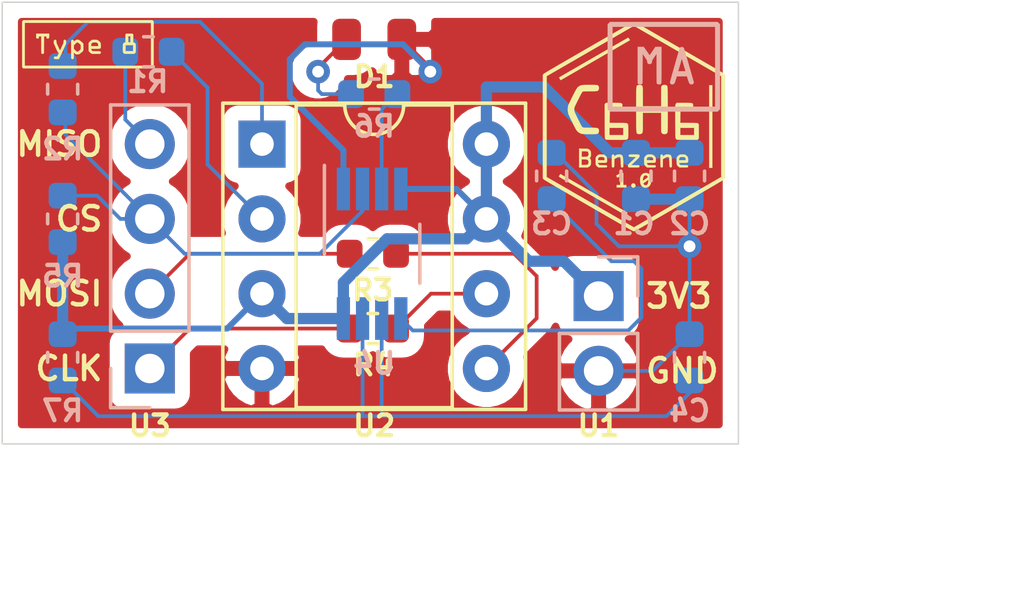
<source format=kicad_pcb>
(kicad_pcb (version 20171130) (host pcbnew "(5.1.6)-1")

  (general
    (thickness 1.6)
    (drawings 12)
    (tracks 102)
    (zones 0)
    (modules 19)
    (nets 15)
  )

  (page User 210.007 148.006)
  (title_block
    (title "BENZENE - DIP-8 to ARGON adapter")
    (date 2020-12-10)
    (rev 1.0)
    (company "Author: Alicja")
  )

  (layers
    (0 F.Cu signal hide)
    (31 B.Cu signal)
    (32 B.Adhes user hide)
    (33 F.Adhes user hide)
    (34 B.Paste user hide)
    (35 F.Paste user hide)
    (36 B.SilkS user hide)
    (37 F.SilkS user)
    (38 B.Mask user hide)
    (39 F.Mask user hide)
    (40 Dwgs.User user)
    (41 Cmts.User user hide)
    (42 Eco1.User user hide)
    (43 Eco2.User user hide)
    (44 Edge.Cuts user)
    (45 Margin user hide)
    (46 B.CrtYd user hide)
    (47 F.CrtYd user hide)
    (48 B.Fab user hide)
    (49 F.Fab user hide)
  )

  (setup
    (last_trace_width 0.2032)
    (user_trace_width 0.2032)
    (user_trace_width 0.381)
    (trace_clearance 0.127)
    (zone_clearance 0.508)
    (zone_45_only yes)
    (trace_min 0.1)
    (via_size 0.8)
    (via_drill 0.4)
    (via_min_size 0.4)
    (via_min_drill 0.3)
    (uvia_size 0.3)
    (uvia_drill 0.1)
    (uvias_allowed no)
    (uvia_min_size 0.2)
    (uvia_min_drill 0.1)
    (edge_width 0.05)
    (segment_width 0.2)
    (pcb_text_width 0.3)
    (pcb_text_size 1.5 1.5)
    (mod_edge_width 0.12)
    (mod_text_size 0.7 0.7)
    (mod_text_width 0.15)
    (pad_size 0.875 0.95)
    (pad_drill 0)
    (pad_to_mask_clearance 0.05)
    (aux_axis_origin 0 0)
    (grid_origin 103.053 77.55799)
    (visible_elements 7FFFFFFF)
    (pcbplotparams
      (layerselection 0x010fc_ffffffff)
      (usegerberextensions false)
      (usegerberattributes true)
      (usegerberadvancedattributes true)
      (creategerberjobfile true)
      (excludeedgelayer true)
      (linewidth 0.100000)
      (plotframeref false)
      (viasonmask false)
      (mode 1)
      (useauxorigin false)
      (hpglpennumber 1)
      (hpglpenspeed 20)
      (hpglpendiameter 15.000000)
      (psnegative false)
      (psa4output false)
      (plotreference true)
      (plotvalue true)
      (plotinvisibletext false)
      (padsonsilk false)
      (subtractmaskfromsilk false)
      (outputformat 1)
      (mirror false)
      (drillshape 1)
      (scaleselection 1)
      (outputdirectory ""))
  )

  (net 0 "")
  (net 1 GND)
  (net 2 V3V3)
  (net 3 "Net-(C3-Pad1)")
  (net 4 "Net-(C4-Pad1)")
  (net 5 "Net-(D1-Pad2)")
  (net 6 ~CS)
  (net 7 "Net-(R1-Pad1)")
  (net 8 "Net-(R2-Pad1)")
  (net 9 "Net-(R3-Pad2)")
  (net 10 "Net-(R3-Pad1)")
  (net 11 "Net-(R4-Pad2)")
  (net 12 "Net-(R4-Pad1)")
  (net 13 "Net-(R6-Pad1)")
  (net 14 "Net-(R1-Pad2)")

  (net_class Default "This is the default net class."
    (clearance 0.127)
    (trace_width 0.127)
    (via_dia 0.8)
    (via_drill 0.4)
    (uvia_dia 0.3)
    (uvia_drill 0.1)
    (add_net GND)
    (add_net "Net-(C3-Pad1)")
    (add_net "Net-(C4-Pad1)")
    (add_net "Net-(D1-Pad2)")
    (add_net "Net-(R1-Pad1)")
    (add_net "Net-(R1-Pad2)")
    (add_net "Net-(R2-Pad1)")
    (add_net "Net-(R3-Pad1)")
    (add_net "Net-(R3-Pad2)")
    (add_net "Net-(R4-Pad1)")
    (add_net "Net-(R4-Pad2)")
    (add_net "Net-(R6-Pad1)")
    (add_net V3V3)
    (add_net ~CS)
  )

  (net_class zasilanie ""
    (clearance 0.381)
    (trace_width 0.381)
    (via_dia 1.143)
    (via_drill 0.508)
    (uvia_dia 0.3)
    (uvia_drill 0.1)
  )

  (module benzene:DIP-8_W7.62mm_Socket (layer F.Cu) (tedit 5FD5ECB5) (tstamp 5FD44299)
    (at 99.822 72.81799)
    (descr "8-lead though-hole mounted DIP package, row spacing 7.62 mm (300 mils), Socket")
    (tags "THT DIP DIL PDIP 2.54mm 7.62mm 300mil Socket")
    (path /5FD288AE)
    (fp_text reference U2 (at 3.81 9.566) (layer F.SilkS)
      (effects (font (size 0.7 0.7) (thickness 0.15)))
    )
    (fp_text value "SPI FLASH" (at 3.81 9.95) (layer F.Fab)
      (effects (font (size 1 1) (thickness 0.15)))
    )
    (fp_arc (start 3.81 -1.33) (end 2.81 -1.33) (angle -180) (layer F.SilkS) (width 0.12))
    (fp_text user %R (at 3.81 3.81) (layer F.Fab)
      (effects (font (size 1 1) (thickness 0.15)))
    )
    (fp_line (start 8.9 -1.3208) (end 6.13 -1.33) (layer F.Fab) (width 0.1))
    (fp_line (start 8.9 8.95) (end 8.9 -1.33) (layer F.Fab) (width 0.1))
    (fp_line (start 6.13 8.95) (end 8.9 8.95) (layer F.Fab) (width 0.1))
    (fp_line (start 6.13 -1.33) (end 6.13 8.95) (layer F.Fab) (width 0.1))
    (fp_line (start 1.4538 -1.6) (end -1.55 -1.6) (layer F.CrtYd) (width 0.05))
    (fp_line (start 9.15 9.2) (end 9.15 -1.6) (layer F.CrtYd) (width 0.05))
    (fp_line (start 6.15 9.2) (end 9.15 9.2) (layer F.CrtYd) (width 0.05))
    (fp_line (start -1.55 -1.6) (end -1.55 9.2) (layer F.CrtYd) (width 0.05))
    (fp_line (start 8.95 -1.39) (end -1.33 -1.39) (layer F.SilkS) (width 0.12))
    (fp_line (start 8.95 9.01) (end 8.95 -1.39) (layer F.SilkS) (width 0.12))
    (fp_line (start -1.33 9.01) (end 8.95 9.01) (layer F.SilkS) (width 0.12))
    (fp_line (start -1.33 -1.39) (end -1.33 9.01) (layer F.SilkS) (width 0.12))
    (fp_line (start 6.46 -1.33) (end 4.81 -1.33) (layer F.SilkS) (width 0.12))
    (fp_line (start 6.46 8.95) (end 6.46 -1.33) (layer F.SilkS) (width 0.12))
    (fp_line (start 1.16 8.95) (end 6.46 8.95) (layer F.SilkS) (width 0.12))
    (fp_line (start 1.16 -1.33) (end 1.16 8.95) (layer F.SilkS) (width 0.12))
    (fp_line (start 2.81 -1.33) (end 1.16 -1.33) (layer F.SilkS) (width 0.12))
    (fp_line (start 1.5 -1.3208) (end -1.27 -1.33) (layer F.Fab) (width 0.1))
    (fp_line (start 1.5 8.95) (end 1.5 -1.33) (layer F.Fab) (width 0.1))
    (fp_line (start -1.27 8.95) (end 1.5 8.95) (layer F.Fab) (width 0.1))
    (fp_line (start -1.27 -1.33) (end -1.27 8.95) (layer F.Fab) (width 0.1))
    (fp_line (start 1.4538 9.2) (end 1.4538 -1.6) (layer F.CrtYd) (width 0.05))
    (fp_line (start 6.15 9.2) (end 6.15 -1.6) (layer F.CrtYd) (width 0.05))
    (fp_line (start 9.15 -1.6) (end 6.15 -1.6) (layer F.CrtYd) (width 0.05))
    (fp_line (start -1.55 9.2) (end 1.4538 9.2) (layer F.CrtYd) (width 0.05))
    (pad 1 thru_hole rect (at 0 0) (size 1.6 1.6) (drill 0.8) (layers *.Cu *.Mask)
      (net 8 "Net-(R2-Pad1)"))
    (pad 5 thru_hole oval (at 7.62 7.62) (size 1.6 1.6) (drill 0.8) (layers *.Cu *.Mask)
      (net 10 "Net-(R3-Pad1)"))
    (pad 2 thru_hole oval (at 0 2.54) (size 1.6 1.6) (drill 0.8) (layers *.Cu *.Mask)
      (net 7 "Net-(R1-Pad1)"))
    (pad 6 thru_hole oval (at 7.62 5.08) (size 1.6 1.6) (drill 0.8) (layers *.Cu *.Mask)
      (net 12 "Net-(R4-Pad1)"))
    (pad 3 thru_hole oval (at 0 5.08) (size 1.6 1.6) (drill 0.8) (layers *.Cu *.Mask)
      (net 2 V3V3))
    (pad 7 thru_hole oval (at 7.62 2.54) (size 1.6 1.6) (drill 0.8) (layers *.Cu *.Mask)
      (net 2 V3V3))
    (pad 4 thru_hole oval (at 0 7.62) (size 1.6 1.6) (drill 0.8) (layers *.Cu *.Mask)
      (net 1 GND))
    (pad 8 thru_hole oval (at 7.62 0) (size 1.6 1.6) (drill 0.8) (layers *.Cu *.Mask)
      (net 2 V3V3))
    (model ${KISYS3DMOD}/Connector_PinSocket_2.54mm.3dshapes/PinSocket_1x04_P2.54mm_Vertical.step
      (at (xyz 0 0 0))
      (scale (xyz 1 1 1))
      (rotate (xyz 0 0 0))
    )
    (model ${KISYS3DMOD}/Connector_PinSocket_2.54mm.3dshapes/PinSocket_1x04_P2.54mm_Vertical.step
      (offset (xyz 7.5 0 0))
      (scale (xyz 1 1 1))
      (rotate (xyz 0 0 0))
    )
  )

  (module benzene:type (layer F.Cu) (tedit 0) (tstamp 5FD5D20A)
    (at 93.909 69.42999)
    (fp_text reference G*** (at 0 0) (layer F.SilkS) hide
      (effects (font (size 1.524 1.524) (thickness 0.3)))
    )
    (fp_text value LOGO (at 0.75 0) (layer F.SilkS) hide
      (effects (font (size 1.524 1.524) (thickness 0.3)))
    )
    (fp_poly (pts (xy 2.211018 -0.79678) (xy 2.230967 -0.776526) (xy 2.230967 0.777135) (xy 2.190459 0.817033)
      (xy -2.191068 0.817033) (xy -2.211017 0.796779) (xy -2.230966 0.776526) (xy -2.230966 0.35784)
      (xy -2.145542 0.35784) (xy -2.145523 0.41998) (xy -2.145482 0.477675) (xy -2.145418 0.530488)
      (xy -2.145332 0.577983) (xy -2.145224 0.619722) (xy -2.145096 0.655268) (xy -2.144948 0.684185)
      (xy -2.14478 0.706035) (xy -2.144593 0.720381) (xy -2.144387 0.726787) (xy -2.144343 0.727079)
      (xy -2.142732 0.727489) (xy -2.138094 0.727877) (xy -2.130244 0.728244) (xy -2.118993 0.728589)
      (xy -2.104156 0.728914) (xy -2.085546 0.729218) (xy -2.062976 0.729502) (xy -2.036258 0.729766)
      (xy -2.005208 0.730011) (xy -1.969636 0.730236) (xy -1.929358 0.730443) (xy -1.884186 0.730632)
      (xy -1.833933 0.730803) (xy -1.778413 0.730956) (xy -1.717438 0.731092) (xy -1.650823 0.731212)
      (xy -1.57838 0.731315) (xy -1.499923 0.731401) (xy -1.415265 0.731472) (xy -1.324218 0.731528)
      (xy -1.226597 0.731569) (xy -1.122215 0.731595) (xy -1.010885 0.731607) (xy -0.892419 0.731605)
      (xy -0.766632 0.73159) (xy -0.633336 0.731561) (xy -0.492346 0.73152) (xy -0.343473 0.731466)
      (xy -0.186532 0.731401) (xy -0.021335 0.731323) (xy 0.000927 0.731312) (xy 2.144184 0.73025)
      (xy 2.144184 -0.73025) (xy -2.144183 -0.73025) (xy -2.14527 -0.004233) (xy -2.145375 0.073575)
      (xy -2.145454 0.149123) (xy -2.145508 0.221975) (xy -2.145537 0.291693) (xy -2.145542 0.35784)
      (xy -2.230966 0.35784) (xy -2.230966 -0.777135) (xy -2.210713 -0.797084) (xy -2.190459 -0.817033)
      (xy 2.191068 -0.817033) (xy 2.211018 -0.79678)) (layer F.SilkS) (width 0.01))
    (fp_poly (pts (xy -0.769112 -0.149268) (xy -0.761952 -0.146026) (xy -0.752852 -0.138947) (xy -0.74656 -0.127926)
      (xy -0.742804 -0.111852) (xy -0.741312 -0.089609) (xy -0.741681 -0.063309) (xy -0.743349 -0.01905)
      (xy -0.857278 0.228043) (xy -0.87854 0.273963) (xy -0.898652 0.317022) (xy -0.917322 0.356612)
      (xy -0.934255 0.392128) (xy -0.949159 0.422962) (xy -0.96174 0.448508) (xy -0.971705 0.468159)
      (xy -0.978761 0.481308) (xy -0.982602 0.487335) (xy -0.993997 0.499533) (xy -1.058973 0.499364)
      (xy -1.086882 0.499053) (xy -1.10751 0.498221) (xy -1.122031 0.496772) (xy -1.13162 0.494607)
      (xy -1.135301 0.493031) (xy -1.146101 0.482756) (xy -1.151838 0.467977) (xy -1.152068 0.451284)
      (xy -1.146347 0.435267) (xy -1.14543 0.433801) (xy -1.1361 0.425134) (xy -1.120845 0.419226)
      (xy -1.098897 0.415878) (xy -1.071815 0.41489) (xy -1.036613 0.414867) (xy -1.007256 0.3532)
      (xy -0.997358 0.332299) (xy -0.988884 0.3142) (xy -0.982445 0.300226) (xy -0.978655 0.291698)
      (xy -0.9779 0.2897) (xy -0.981526 0.288309) (xy -0.988247 0.287867) (xy -0.993031 0.287543)
      (xy -0.997619 0.286217) (xy -1.002293 0.283354) (xy -1.007337 0.278423) (xy -1.013032 0.270889)
      (xy -1.019662 0.260219) (xy -1.027509 0.24588) (xy -1.036857 0.227338) (xy -1.047988 0.204061)
      (xy -1.061185 0.175514) (xy -1.07673 0.141165) (xy -1.094907 0.10048) (xy -1.115998 0.052927)
      (xy -1.131911 0.016933) (xy -1.153418 -0.03175) (xy -1.153338 -0.077166) (xy -1.153089 -0.098203)
      (xy -1.152234 -0.112705) (xy -1.150476 -0.122595) (xy -1.14752 -0.129799) (xy -1.144548 -0.134316)
      (xy -1.131722 -0.14522) (xy -1.115228 -0.150683) (xy -1.098442 -0.149709) (xy -1.095596 -0.148752)
      (xy -1.085261 -0.143014) (xy -1.077803 -0.134179) (xy -1.072657 -0.120863) (xy -1.069258 -0.101685)
      (xy -1.0673 -0.079422) (xy -1.064479 -0.035983) (xy -1.009838 0.083608) (xy -0.994133 0.117816)
      (xy -0.981441 0.145023) (xy -0.971363 0.165979) (xy -0.963503 0.181431) (xy -0.957464 0.192131)
      (xy -0.952847 0.198826) (xy -0.949255 0.202265) (xy -0.946402 0.2032) (xy -0.943479 0.202204)
      (xy -0.939932 0.198722) (xy -0.935374 0.192016) (xy -0.92942 0.181345) (xy -0.921684 0.165971)
      (xy -0.911779 0.145153) (xy -0.899319 0.118153) (xy -0.883918 0.084232) (xy -0.881554 0.078995)
      (xy -0.8255 -0.04521) (xy -0.8255 -0.080174) (xy -0.823996 -0.107404) (xy -0.819318 -0.127403)
      (xy -0.811214 -0.140881) (xy -0.801813 -0.14758) (xy -0.785275 -0.15207) (xy -0.769112 -0.149268)) (layer F.SilkS) (width 0.01))
    (fp_poly (pts (xy -0.349515 -0.151736) (xy -0.330489 -0.150812) (xy -0.317231 -0.14925) (xy -0.307042 -0.146322)
      (xy -0.297225 -0.141303) (xy -0.287408 -0.135016) (xy -0.262561 -0.117672) (xy -0.237936 -0.098975)
      (xy -0.214852 -0.080058) (xy -0.194625 -0.062056) (xy -0.178571 -0.046101) (xy -0.168008 -0.033329)
      (xy -0.166457 -0.030898) (xy -0.154517 -0.010583) (xy -0.153171 0.085883) (xy -0.152802 0.121924)
      (xy -0.152987 0.150688) (xy -0.153981 0.173359) (xy -0.15604 0.19112) (xy -0.15942 0.205155)
      (xy -0.164378 0.21665) (xy -0.171169 0.226786) (xy -0.180051 0.23675) (xy -0.187379 0.243997)
      (xy -0.205569 0.260701) (xy -0.226415 0.278552) (xy -0.247987 0.296012) (xy -0.268357 0.311544)
      (xy -0.285596 0.32361) (xy -0.293052 0.328217) (xy -0.302518 0.333062) (xy -0.311946 0.336129)
      (xy -0.323663 0.337812) (xy -0.339993 0.338507) (xy -0.354266 0.338616) (xy -0.373656 0.338261)
      (xy -0.390808 0.337264) (xy -0.403335 0.335799) (xy -0.40768 0.334751) (xy -0.415401 0.330237)
      (xy -0.427248 0.321516) (xy -0.441152 0.310151) (xy -0.447114 0.304959) (xy -0.47625 0.279082)
      (xy -0.47838 0.375549) (xy -0.47923 0.409201) (xy -0.480235 0.43543) (xy -0.481579 0.455282)
      (xy -0.483445 0.4698) (xy -0.486015 0.48003) (xy -0.489474 0.487016) (xy -0.494003 0.491802)
      (xy -0.499352 0.495203) (xy -0.509441 0.49798) (xy -0.523569 0.499112) (xy -0.537443 0.498458)
      (xy -0.545131 0.4967) (xy -0.55065 0.491762) (xy -0.557056 0.482535) (xy -0.557831 0.481159)
      (xy -0.559319 0.477892) (xy -0.560601 0.473511) (xy -0.561695 0.467377) (xy -0.56262 0.458854)
      (xy -0.563396 0.447304) (xy -0.564041 0.432091) (xy -0.564576 0.412576) (xy -0.56502 0.388122)
      (xy -0.565391 0.358092) (xy -0.56571 0.321849) (xy -0.565995 0.278755) (xy -0.566266 0.228173)
      (xy -0.566412 0.197789) (xy -0.566601 0.142291) (xy -0.566635 0.090915) (xy -0.56652 0.04424)
      (xy -0.566444 0.031893) (xy -0.478367 0.031893) (xy -0.478367 0.156822) (xy -0.460375 0.176416)
      (xy -0.449044 0.188057) (xy -0.433813 0.202774) (xy -0.41722 0.218139) (xy -0.409548 0.225005)
      (xy -0.394457 0.238115) (xy -0.383693 0.246537) (xy -0.375342 0.251301) (xy -0.367491 0.253441)
      (xy -0.358227 0.25399) (xy -0.355824 0.254) (xy -0.346784 0.253701) (xy -0.339098 0.252214)
      (xy -0.331137 0.24865) (xy -0.32127 0.242122) (xy -0.307869 0.23174) (xy -0.293409 0.219982)
      (xy -0.276802 0.205954) (xy -0.262077 0.192736) (xy -0.250809 0.181794) (xy -0.244575 0.174593)
      (xy -0.244497 0.174474) (xy -0.241664 0.168894) (xy -0.239642 0.161432) (xy -0.238302 0.150693)
      (xy -0.237516 0.135281) (xy -0.237156 0.1138) (xy -0.237089 0.093913) (xy -0.237345 0.068865)
      (xy -0.238073 0.047092) (xy -0.239192 0.030076) (xy -0.240617 0.019298) (xy -0.241425 0.016699)
      (xy -0.247655 0.008843) (xy -0.259071 -0.002296) (xy -0.27405 -0.015431) (xy -0.290969 -0.029276)
      (xy -0.308206 -0.042542) (xy -0.324138 -0.053944) (xy -0.337143 -0.062193) (xy -0.345597 -0.066004)
      (xy -0.345724 -0.066029) (xy -0.356585 -0.067281) (xy -0.36659 -0.066163) (xy -0.376959 -0.061948)
      (xy -0.388913 -0.05391) (xy -0.403673 -0.041321) (xy -0.422459 -0.023453) (xy -0.430519 -0.015513)
      (xy -0.478367 0.031893) (xy -0.566444 0.031893) (xy -0.566262 0.002847) (xy -0.565866 -0.032683)
      (xy -0.565337 -0.061771) (xy -0.564683 -0.083836) (xy -0.563907 -0.098297) (xy -0.563488 -0.102409)
      (xy -0.55931 -0.123852) (xy -0.55313 -0.138104) (xy -0.543898 -0.146386) (xy -0.530563 -0.149917)
      (xy -0.522332 -0.150283) (xy -0.504262 -0.146882) (xy -0.491079 -0.136627) (xy -0.482708 -0.119443)
      (xy -0.4803 -0.108207) (xy -0.477458 -0.089254) (xy -0.447792 -0.114226) (xy -0.428286 -0.130106)
      (xy -0.412633 -0.140975) (xy -0.398585 -0.14769) (xy -0.383894 -0.151111) (xy -0.36631 -0.152095)
      (xy -0.349515 -0.151736)) (layer F.SilkS) (width 0.01))
    (fp_poly (pts (xy -1.315838 -0.359833) (xy -1.317261 -0.290316) (xy -1.317845 -0.264478) (xy -1.318512 -0.245701)
      (xy -1.319467 -0.232577) (xy -1.320914 -0.223702) (xy -1.323057 -0.217669) (xy -1.3261 -0.213073)
      (xy -1.328946 -0.209882) (xy -1.336811 -0.203173) (xy -1.346078 -0.199902) (xy -1.360069 -0.198973)
      (xy -1.361947 -0.198967) (xy -1.376988 -0.199799) (xy -1.386997 -0.202992) (xy -1.395076 -0.209358)
      (xy -1.401144 -0.216862) (xy -1.404299 -0.225744) (xy -1.405404 -0.238993) (xy -1.405467 -0.245341)
      (xy -1.405467 -0.270933) (xy -1.447713 -0.270933) (xy -1.489959 -0.270934) (xy -1.491105 0.015184)
      (xy -1.49225 0.301302) (xy -1.504128 0.311518) (xy -1.518532 0.319027) (xy -1.536515 0.321686)
      (xy -1.554493 0.319161) (xy -1.560559 0.316782) (xy -1.569312 0.309559) (xy -1.574317 0.302053)
      (xy -1.575366 0.296522) (xy -1.576273 0.284668) (xy -1.577043 0.266219) (xy -1.57768 0.240903)
      (xy -1.57819 0.208448) (xy -1.578575 0.16858) (xy -1.578841 0.121029) (xy -1.578992 0.065521)
      (xy -1.579033 0.010384) (xy -1.579033 -0.270933) (xy -1.6637 -0.270933) (xy -1.6637 -0.249557)
      (xy -1.665666 -0.230354) (xy -1.671012 -0.214467) (xy -1.678907 -0.203965) (xy -1.682939 -0.201597)
      (xy -1.696659 -0.198899) (xy -1.713193 -0.199094) (xy -1.728903 -0.201837) (xy -1.74015 -0.206784)
      (xy -1.740489 -0.20705) (xy -1.744132 -0.210327) (xy -1.746793 -0.214247) (xy -1.748657 -0.220131)
      (xy -1.74991 -0.229298) (xy -1.750737 -0.243067) (xy -1.751326 -0.262758) (xy -1.75182 -0.287484)
      (xy -1.753157 -0.359834) (xy -1.534498 -0.359834) (xy -1.315838 -0.359833)) (layer F.SilkS) (width 0.01))
    (fp_poly (pts (xy 0.258539 -0.150243) (xy 0.281577 -0.149851) (xy 0.29928 -0.148705) (xy 0.313214 -0.1464)
      (xy 0.324945 -0.142532) (xy 0.336038 -0.136697) (xy 0.348058 -0.128491) (xy 0.362573 -0.117511)
      (xy 0.366092 -0.114809) (xy 0.390456 -0.09496) (xy 0.40824 -0.077588) (xy 0.420487 -0.061487)
      (xy 0.428239 -0.045447) (xy 0.429666 -0.041073) (xy 0.43219 -0.028118) (xy 0.434115 -0.009466)
      (xy 0.435429 0.013065) (xy 0.436123 0.037659) (xy 0.436187 0.062499) (xy 0.435612 0.085769)
      (xy 0.434388 0.105651) (xy 0.432504 0.120328) (xy 0.430569 0.127) (xy 0.427381 0.132222)
      (xy 0.423051 0.136491) (xy 0.416757 0.139903) (xy 0.407678 0.142556) (xy 0.39499 0.144545)
      (xy 0.377872 0.145967) (xy 0.355502 0.146921) (xy 0.327057 0.147502) (xy 0.291714 0.147808)
      (xy 0.252942 0.147928) (xy 0.110067 0.148166) (xy 0.110067 0.167311) (xy 0.110871 0.179127)
      (xy 0.114252 0.188596) (xy 0.121668 0.198853) (xy 0.128059 0.206036) (xy 0.136313 0.214796)
      (xy 0.143891 0.221731) (xy 0.151878 0.227052) (xy 0.161359 0.230974) (xy 0.173417 0.233709)
      (xy 0.189139 0.235472) (xy 0.209608 0.236477) (xy 0.235909 0.236935) (xy 0.269127 0.237061)
      (xy 0.28575 0.237067) (xy 0.323624 0.237184) (xy 0.35396 0.237623) (xy 0.377682 0.238514)
      (xy 0.395717 0.239988) (xy 0.40899 0.242175) (xy 0.418428 0.245206) (xy 0.424955 0.24921)
      (xy 0.429498 0.254319) (xy 0.431459 0.257596) (xy 0.435358 0.271318) (xy 0.435411 0.287433)
      (xy 0.431675 0.300801) (xy 0.42823 0.306382) (xy 0.423901 0.310875) (xy 0.417798 0.314397)
      (xy 0.409033 0.317063) (xy 0.396717 0.31899) (xy 0.379961 0.320294) (xy 0.357876 0.32109)
      (xy 0.329575 0.321495) (xy 0.294167 0.321625) (xy 0.272202 0.321622) (xy 0.234762 0.321543)
      (xy 0.204808 0.321342) (xy 0.18136 0.320971) (xy 0.163437 0.320379) (xy 0.150059 0.319516)
      (xy 0.140245 0.318334) (xy 0.133015 0.316782) (xy 0.12739 0.314811) (xy 0.126048 0.314214)
      (xy 0.113207 0.306463) (xy 0.097242 0.294218) (xy 0.07992 0.279145) (xy 0.063009 0.262915)
      (xy 0.048275 0.247194) (xy 0.037486 0.233652) (xy 0.033395 0.226741) (xy 0.031091 0.220951)
      (xy 0.029283 0.214208) (xy 0.027912 0.205462) (xy 0.026917 0.193665) (xy 0.026238 0.177767)
      (xy 0.025815 0.156719) (xy 0.025589 0.129472) (xy 0.025499 0.094977) (xy 0.025493 0.088673)
      (xy 0.025409 -0.020507) (xy 0.110067 -0.020507) (xy 0.110067 0.0635) (xy 0.351367 0.0635)
      (xy 0.351367 -0.017761) (xy 0.329142 -0.038555) (xy 0.316506 -0.04945) (xy 0.304725 -0.058044)
      (xy 0.296346 -0.062479) (xy 0.296334 -0.062482) (xy 0.288248 -0.063651) (xy 0.273643 -0.064621)
      (xy 0.254466 -0.065304) (xy 0.232664 -0.065609) (xy 0.2286 -0.065617) (xy 0.203081 -0.06542)
      (xy 0.184078 -0.064447) (xy 0.169644 -0.062124) (xy 0.157831 -0.057878) (xy 0.146691 -0.051135)
      (xy 0.134275 -0.041322) (xy 0.128059 -0.036014) (xy 0.110067 -0.020507) (xy 0.025409 -0.020507)
      (xy 0.0254 -0.032204) (xy 0.036256 -0.053989) (xy 0.046464 -0.069391) (xy 0.062289 -0.087185)
      (xy 0.081927 -0.105682) (xy 0.103577 -0.123193) (xy 0.125435 -0.138031) (xy 0.127 -0.13897)
      (xy 0.133762 -0.142856) (xy 0.140001 -0.145731) (xy 0.147082 -0.147749) (xy 0.156372 -0.14906)
      (xy 0.169236 -0.149817) (xy 0.187042 -0.150172) (xy 0.211154 -0.150277) (xy 0.2286 -0.150283)
      (xy 0.258539 -0.150243)) (layer F.SilkS) (width 0.01))
    (fp_poly (pts (xy 1.5367 -0.335085) (xy 1.5367 -0.064462) (xy 1.555401 -0.061657) (xy 1.576963 -0.054686)
      (xy 1.596773 -0.041586) (xy 1.611979 -0.02441) (xy 1.615359 -0.018484) (xy 1.617782 -0.012924)
      (xy 1.619702 -0.006418) (xy 1.621193 0.00209) (xy 1.62233 0.013655) (xy 1.623187 0.029335)
      (xy 1.623839 0.050183) (xy 1.624361 0.077256) (xy 1.624827 0.111609) (xy 1.624884 0.116416)
      (xy 1.625229 0.157434) (xy 1.625127 0.190945) (xy 1.624474 0.217902) (xy 1.623164 0.239258)
      (xy 1.62109 0.255967) (xy 1.618148 0.26898) (xy 1.614232 0.279252) (xy 1.609237 0.287735)
      (xy 1.605352 0.292751) (xy 1.599123 0.299874) (xy 1.592989 0.305714) (xy 1.586076 0.310398)
      (xy 1.577511 0.314054) (xy 1.56642 0.316809) (xy 1.551929 0.318791) (xy 1.533164 0.320126)
      (xy 1.50925 0.320942) (xy 1.479315 0.321366) (xy 1.442484 0.321525) (xy 1.407583 0.321547)
      (xy 1.367188 0.321517) (xy 1.334352 0.321397) (xy 1.308166 0.321147) (xy 1.287724 0.320724)
      (xy 1.272118 0.320088) (xy 1.260439 0.319196) (xy 1.251781 0.318007) (xy 1.245235 0.316479)
      (xy 1.239894 0.314572) (xy 1.238075 0.313776) (xy 1.217374 0.300049) (xy 1.201665 0.2808)
      (xy 1.193681 0.262024) (xy 1.192212 0.251704) (xy 1.191126 0.233323) (xy 1.190434 0.207282)
      (xy 1.190144 0.173976) (xy 1.190265 0.133806) (xy 1.190395 0.119341) (xy 1.190817 0.082771)
      (xy 1.191291 0.053677) (xy 1.191881 0.031072) (xy 1.192135 0.0254) (xy 1.278467 0.0254)
      (xy 1.278467 0.232833) (xy 1.5367 0.232833) (xy 1.5367 0.0254) (xy 1.278467 0.0254)
      (xy 1.192135 0.0254) (xy 1.192649 0.013964) (xy 1.193657 0.001366) (xy 1.194969 -0.007713)
      (xy 1.196648 -0.014261) (xy 1.198755 -0.019269) (xy 1.199244 -0.020192) (xy 1.211906 -0.036196)
      (xy 1.229864 -0.049962) (xy 1.249949 -0.059317) (xy 1.259766 -0.061657) (xy 1.278467 -0.064462)
      (xy 1.278467 -0.270933) (xy 1.367367 -0.270933) (xy 1.367367 -0.0635) (xy 1.4478 -0.0635)
      (xy 1.4478 -0.270933) (xy 1.367367 -0.270933) (xy 1.278467 -0.270933) (xy 1.278467 -0.335085)
      (xy 1.290841 -0.347459) (xy 1.303216 -0.359833) (xy 1.407583 -0.359834) (xy 1.511951 -0.359834)
      (xy 1.5367 -0.335085)) (layer F.SilkS) (width 0.01))
  )

  (module benzene:author (layer B.Cu) (tedit 0) (tstamp 5FD5CFC6)
    (at 113.467 70.19199 180)
    (fp_text reference G*** (at 0 0) (layer B.SilkS) hide
      (effects (font (size 1.524 1.524) (thickness 0.3)) (justify mirror))
    )
    (fp_text value LOGO (at 0.75 0) (layer B.SilkS) hide
      (effects (font (size 1.524 1.524) (thickness 0.3)) (justify mirror))
    )
    (fp_poly (pts (xy 1.865926 1.480529) (xy 1.905001 1.441291) (xy 1.905001 -1.441617) (xy 1.826525 -1.519767)
      (xy -1.82685 -1.519767) (xy -1.865925 -1.480529) (xy -1.904999 -1.441291) (xy -1.904999 1.3589)
      (xy -1.744133 1.3589) (xy -1.744133 -1.3589) (xy 1.744134 -1.3589) (xy 1.744134 1.3589)
      (xy -1.744133 1.3589) (xy -1.904999 1.3589) (xy -1.904999 1.441617) (xy -1.865762 1.480692)
      (xy -1.826524 1.519766) (xy 1.826851 1.519766) (xy 1.865926 1.480529)) (layer B.SilkS) (width 0.01))
    (fp_poly (pts (xy -0.581037 0.664647) (xy -0.561568 0.651838) (xy -0.545202 0.632899) (xy -0.533852 0.610099)
      (xy -0.531667 0.603208) (xy -0.527312 0.588666) (xy -0.520927 0.566964) (xy -0.512655 0.538597)
      (xy -0.502638 0.504056) (xy -0.491018 0.463836) (xy -0.477937 0.418428) (xy -0.463536 0.368325)
      (xy -0.447957 0.314021) (xy -0.431343 0.256008) (xy -0.413836 0.19478) (xy -0.395576 0.130828)
      (xy -0.376706 0.064647) (xy -0.366528 0.02891) (xy -0.343535 -0.051907) (xy -0.322786 -0.12496)
      (xy -0.304181 -0.190622) (xy -0.287618 -0.249263) (xy -0.272996 -0.301256) (xy -0.260214 -0.346972)
      (xy -0.249171 -0.386783) (xy -0.239766 -0.42106) (xy -0.231897 -0.450176) (xy -0.225464 -0.474502)
      (xy -0.220364 -0.494409) (xy -0.216498 -0.510269) (xy -0.213764 -0.522454) (xy -0.21206 -0.531336)
      (xy -0.211286 -0.537286) (xy -0.211341 -0.540677) (xy -0.211416 -0.540995) (xy -0.221974 -0.563317)
      (xy -0.238733 -0.580974) (xy -0.260228 -0.592892) (xy -0.284993 -0.597997) (xy -0.289369 -0.59811)
      (xy -0.311815 -0.59555) (xy -0.330772 -0.587137) (xy -0.348483 -0.571767) (xy -0.352819 -0.566895)
      (xy -0.357118 -0.561514) (xy -0.361178 -0.555388) (xy -0.365293 -0.54771) (xy -0.369757 -0.537674)
      (xy -0.374864 -0.524476) (xy -0.38091 -0.507308) (xy -0.388187 -0.485366) (xy -0.396989 -0.457844)
      (xy -0.407612 -0.423935) (xy -0.420349 -0.382834) (xy -0.422223 -0.376767) (xy -0.438562 -0.32385)
      (xy -0.612093 -0.322746) (xy -0.785624 -0.321641) (xy -0.796807 -0.356612) (xy -0.801877 -0.372511)
      (xy -0.808806 -0.394299) (xy -0.8169 -0.41979) (xy -0.825464 -0.446802) (xy -0.831529 -0.465951)
      (xy -0.84292 -0.500489) (xy -0.853078 -0.527769) (xy -0.862548 -0.548807) (xy -0.871873 -0.564624)
      (xy -0.881599 -0.576237) (xy -0.89227 -0.584665) (xy -0.896221 -0.586992) (xy -0.91745 -0.596003)
      (xy -0.937705 -0.598276) (xy -0.957987 -0.594936) (xy -0.978357 -0.586308) (xy -0.995792 -0.572717)
      (xy -1.008677 -0.555949) (xy -1.015398 -0.537787) (xy -1.016 -0.530832) (xy -1.014847 -0.525719)
      (xy -1.011497 -0.513046) (xy -1.006115 -0.493383) (xy -0.998864 -0.467301) (xy -0.989909 -0.43537)
      (xy -0.979413 -0.398161) (xy -0.96754 -0.356245) (xy -0.954454 -0.310191) (xy -0.94032 -0.260572)
      (xy -0.925301 -0.207956) (xy -0.910624 -0.156633) (xy -0.739692 -0.156633) (xy -0.485915 -0.156633)
      (xy -0.488472 -0.146444) (xy -0.490593 -0.138545) (xy -0.494666 -0.123885) (xy -0.500428 -0.103385)
      (xy -0.507616 -0.077963) (xy -0.515967 -0.048539) (xy -0.525217 -0.016031) (xy -0.535104 0.018642)
      (xy -0.545365 0.054559) (xy -0.555736 0.090803) (xy -0.565955 0.126454) (xy -0.575758 0.160592)
      (xy -0.584882 0.192299) (xy -0.593065 0.220656) (xy -0.600043 0.244743) (xy -0.605554 0.263641)
      (xy -0.609333 0.276432) (xy -0.611119 0.282196) (xy -0.611217 0.282429) (xy -0.61269 0.278897)
      (xy -0.616165 0.268269) (xy -0.621325 0.25159) (xy -0.627849 0.229908) (xy -0.635421 0.204267)
      (xy -0.643407 0.176799) (xy -0.653791 0.140827) (xy -0.6657 0.099579) (xy -0.678309 0.05591)
      (xy -0.690793 0.012677) (xy -0.702327 -0.027262) (xy -0.706985 -0.043392) (xy -0.739692 -0.156633)
      (xy -0.910624 -0.156633) (xy -0.909561 -0.152916) (xy -0.893265 -0.096021) (xy -0.876575 -0.037842)
      (xy -0.859657 0.02105) (xy -0.842674 0.080086) (xy -0.82579 0.138693) (xy -0.80917 0.196302)
      (xy -0.792976 0.252342) (xy -0.777373 0.306243) (xy -0.762526 0.357434) (xy -0.748597 0.405344)
      (xy -0.735752 0.449403) (xy -0.724154 0.48904) (xy -0.713966 0.523685) (xy -0.705354 0.552766)
      (xy -0.69848 0.575715) (xy -0.693509 0.591959) (xy -0.69151 0.598246) (xy -0.681702 0.623144)
      (xy -0.670438 0.641532) (xy -0.665248 0.647548) (xy -0.645715 0.662777) (xy -0.624346 0.670468)
      (xy -0.602375 0.670974) (xy -0.581037 0.664647)) (layer B.SilkS) (width 0.01))
    (fp_poly (pts (xy 0.36867 0.549275) (xy 0.389195 0.519605) (xy 0.40879 0.491328) (xy 0.426788 0.465404)
      (xy 0.442518 0.442796) (xy 0.455313 0.424464) (xy 0.464503 0.41137) (xy 0.46881 0.405312)
      (xy 0.483365 0.385174) (xy 0.583113 0.529137) (xy 0.682862 0.6731) (xy 0.884851 0.6731)
      (xy 0.882651 -0.557344) (xy 0.871056 -0.572545) (xy 0.856967 -0.58594) (xy 0.838427 -0.594239)
      (xy 0.814188 -0.597902) (xy 0.801873 -0.598169) (xy 0.774061 -0.594888) (xy 0.751942 -0.585564)
      (xy 0.735719 -0.570282) (xy 0.735459 -0.56992) (xy 0.726017 -0.556683) (xy 0.723901 -0.055034)
      (xy 0.721784 0.446616) (xy 0.676869 0.381) (xy 0.659659 0.355743) (xy 0.6413 0.328602)
      (xy 0.623442 0.302032) (xy 0.607737 0.278487) (xy 0.599947 0.2667) (xy 0.587082 0.246948)
      (xy 0.578133 0.232357) (xy 0.572292 0.221062) (xy 0.568754 0.211197) (xy 0.566712 0.200894)
      (xy 0.56536 0.18829) (xy 0.565182 0.186266) (xy 0.559861 0.153789) (xy 0.550071 0.128425)
      (xy 0.535672 0.110011) (xy 0.516523 0.098381) (xy 0.492482 0.093372) (xy 0.485063 0.093133)
      (xy 0.459196 0.095668) (xy 0.43913 0.103573) (xy 0.423776 0.117301) (xy 0.42236 0.119142)
      (xy 0.410576 0.139129) (xy 0.4041 0.161325) (xy 0.402133 0.187957) (xy 0.402099 0.213783)
      (xy 0.323816 0.329867) (xy 0.245534 0.445952) (xy 0.245509 -0.032083) (xy 0.245468 -0.107479)
      (xy 0.245354 -0.177955) (xy 0.24517 -0.243166) (xy 0.244919 -0.302767) (xy 0.244603 -0.356414)
      (xy 0.244226 -0.403761) (xy 0.243791 -0.444466) (xy 0.2433 -0.478181) (xy 0.242757 -0.504564)
      (xy 0.242163 -0.523269) (xy 0.241523 -0.533952) (xy 0.241329 -0.535494) (xy 0.237768 -0.551186)
      (xy 0.23296 -0.564926) (xy 0.229439 -0.571477) (xy 0.215336 -0.584254) (xy 0.195477 -0.593361)
      (xy 0.171984 -0.598224) (xy 0.146981 -0.598267) (xy 0.136401 -0.596681) (xy 0.113401 -0.588595)
      (xy 0.096582 -0.574735) (xy 0.087265 -0.558769) (xy 0.086317 -0.555828) (xy 0.08546 -0.551702)
      (xy 0.08469 -0.545978) (xy 0.084001 -0.538243) (xy 0.08339 -0.528083) (xy 0.082852 -0.515086)
      (xy 0.082382 -0.498837) (xy 0.081976 -0.478924) (xy 0.081629 -0.454933) (xy 0.081338 -0.42645)
      (xy 0.081096 -0.393063) (xy 0.080901 -0.354357) (xy 0.080747 -0.30992) (xy 0.080629 -0.259339)
      (xy 0.080544 -0.202199) (xy 0.080486 -0.138088) (xy 0.080452 -0.066592) (xy 0.080436 0.012703)
      (xy 0.080434 0.065702) (xy 0.080434 0.6731) (xy 0.283084 0.6731) (xy 0.36867 0.549275)) (layer B.SilkS) (width 0.01))
  )

  (module benzene:logo-wlasciwe (layer F.Cu) (tedit 0) (tstamp 5FD5CB4D)
    (at 112.451 72.22399)
    (fp_text reference G*** (at 0 0) (layer F.SilkS) hide
      (effects (font (size 1.524 1.524) (thickness 0.3)))
    )
    (fp_text value LOGO (at 1.016 0) (layer F.SilkS) hide
      (effects (font (size 1.524 1.524) (thickness 0.3)))
    )
    (fp_poly (pts (xy 1.54156 -2.678252) (xy 1.703347 -2.584854) (xy 1.853637 -2.498061) (xy 1.992833 -2.417634)
      (xy 2.121341 -2.343336) (xy 2.239566 -2.27493) (xy 2.347913 -2.212177) (xy 2.446786 -2.15484)
      (xy 2.536592 -2.102681) (xy 2.617734 -2.055463) (xy 2.690619 -2.012947) (xy 2.75565 -1.974897)
      (xy 2.813234 -1.941073) (xy 2.863774 -1.91124) (xy 2.907677 -1.885158) (xy 2.945347 -1.862591)
      (xy 2.97719 -1.843299) (xy 3.003609 -1.827047) (xy 3.025012 -1.813596) (xy 3.041801 -1.802708)
      (xy 3.054383 -1.794146) (xy 3.063162 -1.787672) (xy 3.068544 -1.783048) (xy 3.070311 -1.781063)
      (xy 3.089189 -1.755365) (xy 3.089189 1.755364) (xy 3.070311 1.781058) (xy 3.066769 1.784688)
      (xy 3.06007 1.790027) (xy 3.049806 1.797315) (xy 3.035575 1.806787) (xy 3.016969 1.818683)
      (xy 2.993585 1.833239) (xy 2.965018 1.850694) (xy 2.930861 1.871285) (xy 2.890711 1.89525)
      (xy 2.844162 1.922826) (xy 2.790809 1.954252) (xy 2.730248 1.989765) (xy 2.662073 2.029602)
      (xy 2.585878 2.074001) (xy 2.50126 2.123201) (xy 2.407813 2.177439) (xy 2.305132 2.236951)
      (xy 2.192812 2.301977) (xy 2.070448 2.372754) (xy 1.937635 2.44952) (xy 1.793967 2.532512)
      (xy 1.639041 2.621967) (xy 1.542069 2.677944) (xy 1.383822 2.76928) (xy 1.237025 2.854)
      (xy 1.101235 2.932351) (xy 0.976012 3.004583) (xy 0.860916 3.070943) (xy 0.755504 3.131681)
      (xy 0.659337 3.187044) (xy 0.571974 3.237282) (xy 0.492972 3.282643) (xy 0.421892 3.323374)
      (xy 0.358292 3.359726) (xy 0.301732 3.391946) (xy 0.25177 3.420283) (xy 0.207966 3.444985)
      (xy 0.169878 3.466301) (xy 0.137065 3.484479) (xy 0.109087 3.499768) (xy 0.085503 3.512417)
      (xy 0.065871 3.522674) (xy 0.049751 3.530787) (xy 0.036702 3.537005) (xy 0.026282 3.541576)
      (xy 0.018052 3.54475) (xy 0.011569 3.546774) (xy 0.006392 3.547897) (xy 0.002082 3.548367)
      (xy -0.001803 3.548433) (xy -0.002525 3.548421) (xy -0.006555 3.548156) (xy -0.011261 3.54735)
      (xy -0.017085 3.545754) (xy -0.024467 3.54312) (xy -0.033848 3.539199) (xy -0.045668 3.533741)
      (xy -0.060368 3.526498) (xy -0.078387 3.517221) (xy -0.100167 3.505661) (xy -0.126148 3.491569)
      (xy -0.15677 3.474696) (xy -0.192474 3.454794) (xy -0.2337 3.431613) (xy -0.280889 3.404905)
      (xy -0.334481 3.374421) (xy -0.394917 3.339912) (xy -0.462637 3.301128) (xy -0.538082 3.257822)
      (xy -0.621691 3.209744) (xy -0.713906 3.156645) (xy -0.815167 3.098277) (xy -0.925914 3.03439)
      (xy -1.046588 2.964737) (xy -1.17763 2.889066) (xy -1.319479 2.807131) (xy -1.472577 2.718682)
      (xy -1.544595 2.677071) (xy -1.706518 2.583499) (xy -1.856941 2.496536) (xy -1.996268 2.415948)
      (xy -2.124898 2.341499) (xy -2.243235 2.272952) (xy -2.35168 2.210072) (xy -2.450635 2.152622)
      (xy -2.540501 2.100367) (xy -2.62168 2.053071) (xy -2.694574 2.010497) (xy -2.759586 1.972409)
      (xy -2.817115 1.938572) (xy -2.867565 1.90875) (xy -2.911337 1.882707) (xy -2.948834 1.860206)
      (xy -2.980455 1.841011) (xy -3.006604 1.824888) (xy -3.027683 1.811599) (xy -3.044092 1.800908)
      (xy -3.056234 1.792581) (xy -3.06451 1.78638) (xy -3.069323 1.782069) (xy -3.070311 1.7809)
      (xy -3.089189 1.755364) (xy -3.089189 -1.713048) (xy -2.965622 -1.713048) (xy -2.965622 1.71299)
      (xy -2.308311 2.092278) (xy -2.215236 2.145994) (xy -2.111905 2.205645) (xy -1.999945 2.27029)
      (xy -1.880985 2.33899) (xy -1.756653 2.410803) (xy -1.628576 2.484789) (xy -1.498382 2.560008)
      (xy -1.3677 2.635518) (xy -1.238158 2.71038) (xy -1.111383 2.783653) (xy -0.989003 2.854397)
      (xy -0.872646 2.921671) (xy -0.827217 2.94794) (xy -0.729217 3.004584) (xy -0.634476 3.059294)
      (xy -0.543672 3.111678) (xy -0.457486 3.161347) (xy -0.376599 3.20791) (xy -0.301691 3.250977)
      (xy -0.233442 3.290158) (xy -0.172532 3.325062) (xy -0.119643 3.355299) (xy -0.075453 3.380479)
      (xy -0.040645 3.40021) (xy -0.015897 3.414104) (xy -0.00189 3.421768) (xy 0.001149 3.423225)
      (xy 0.007422 3.419742) (xy 0.025077 3.409683) (xy 0.053608 3.393342) (xy 0.092509 3.371009)
      (xy 0.141273 3.342977) (xy 0.199394 3.309538) (xy 0.266365 3.270982) (xy 0.34168 3.227603)
      (xy 0.424831 3.179692) (xy 0.515314 3.127541) (xy 0.612621 3.071442) (xy 0.716245 3.011687)
      (xy 0.825681 2.948567) (xy 0.940422 2.882375) (xy 1.059961 2.813402) (xy 1.183791 2.741941)
      (xy 1.311408 2.668283) (xy 1.442303 2.59272) (xy 1.485676 2.567678) (xy 2.965621 1.713222)
      (xy 2.965621 -1.713205) (xy 0.000389 -3.425021) (xy -1.391657 -2.621482) (xy -1.520756 -2.546961)
      (xy -1.647396 -2.473861) (xy -1.77101 -2.402508) (xy -1.891032 -2.333229) (xy -2.006895 -2.26635)
      (xy -2.118032 -2.2022) (xy -2.223878 -2.141105) (xy -2.323865 -2.083392) (xy -2.417428 -2.029388)
      (xy -2.503999 -1.979419) (xy -2.583013 -1.933814) (xy -2.653903 -1.892898) (xy -2.716102 -1.856999)
      (xy -2.769043 -1.826444) (xy -2.812162 -1.80156) (xy -2.84489 -1.782673) (xy -2.866661 -1.770111)
      (xy -2.874662 -1.765496) (xy -2.965622 -1.713048) (xy -3.089189 -1.713048) (xy -3.089189 -1.754219)
      (xy -3.072401 -1.778925) (xy -3.069188 -1.782385) (xy -3.062998 -1.787449) (xy -3.053421 -1.794358)
      (xy -3.04005 -1.80335) (xy -3.022476 -1.814666) (xy -3.000291 -1.828546) (xy -2.973087 -1.845229)
      (xy -2.940454 -1.864955) (xy -2.901985 -1.887963) (xy -2.857271 -1.914495) (xy -2.805903 -1.944789)
      (xy -2.747474 -1.979086) (xy -2.681575 -2.017625) (xy -2.607797 -2.060645) (xy -2.525732 -2.108388)
      (xy -2.434972 -2.161092) (xy -2.335107 -2.218997) (xy -2.225731 -2.282344) (xy -2.106434 -2.351371)
      (xy -1.976808 -2.42632) (xy -1.836444 -2.507429) (xy -1.684934 -2.594938) (xy -1.54685 -2.674667)
      (xy -1.388071 -2.766326) (xy -1.24074 -2.851359) (xy -1.104419 -2.930014) (xy -0.978671 -3.002537)
      (xy -0.863058 -3.069177) (xy -0.757142 -3.130181) (xy -0.660486 -3.185796) (xy -0.572653 -3.23627)
      (xy -0.493205 -3.28185) (xy -0.421704 -3.322784) (xy -0.357713 -3.359319) (xy -0.300795 -3.391703)
      (xy -0.250511 -3.420183) (xy -0.206424 -3.445007) (xy -0.168097 -3.466421) (xy -0.135091 -3.484675)
      (xy -0.106971 -3.500014) (xy -0.083297 -3.512686) (xy -0.063633 -3.52294) (xy -0.047541 -3.531022)
      (xy -0.034583 -3.53718) (xy -0.024322 -3.541661) (xy -0.01632 -3.544713) (xy -0.01014 -3.546584)
      (xy -0.005344 -3.54752) (xy -0.0032 -3.547723) (xy 0.031687 -3.549741) (xy 1.54156 -2.678252)) (layer F.SilkS) (width 0.01))
    (fp_poly (pts (xy -2.483974 1.620888) (xy -2.465991 1.630798) (xy -2.437541 1.646766) (xy -2.399332 1.668385)
      (xy -2.352074 1.695247) (xy -2.296474 1.726943) (xy -2.233241 1.763065) (xy -2.163085 1.803205)
      (xy -2.086712 1.846955) (xy -2.004833 1.893907) (xy -1.918155 1.943652) (xy -1.827387 1.995783)
      (xy -1.733238 2.04989) (xy -1.636416 2.105567) (xy -1.53763 2.162404) (xy -1.437589 2.219994)
      (xy -1.337001 2.277928) (xy -1.236574 2.335799) (xy -1.137018 2.393198) (xy -1.03904 2.449717)
      (xy -0.94335 2.504947) (xy -0.850656 2.558482) (xy -0.761667 2.609911) (xy -0.677091 2.658828)
      (xy -0.597636 2.704824) (xy -0.524012 2.747491) (xy -0.456927 2.78642) (xy -0.39709 2.821205)
      (xy -0.345209 2.851435) (xy -0.301992 2.876704) (xy -0.268149 2.896603) (xy -0.244388 2.910724)
      (xy -0.231417 2.918658) (xy -0.229162 2.920213) (xy -0.226979 2.92819) (xy -0.231651 2.942735)
      (xy -0.243872 2.965859) (xy -0.246453 2.970282) (xy -0.271419 3.0127) (xy -1.400561 2.36066)
      (xy -1.515653 2.294198) (xy -1.627617 2.229541) (xy -1.735869 2.167028) (xy -1.839825 2.106994)
      (xy -1.938899 2.049779) (xy -2.032509 1.995718) (xy -2.12007 1.945151) (xy -2.200997 1.898413)
      (xy -2.274706 1.855843) (xy -2.340614 1.817777) (xy -2.398136 1.784554) (xy -2.446688 1.75651)
      (xy -2.485685 1.733983) (xy -2.514543 1.717311) (xy -2.532679 1.70683) (xy -2.539505 1.702881)
      (xy -2.543569 1.697664) (xy -2.5419 1.688055) (xy -2.533678 1.671416) (xy -2.525227 1.656908)
      (xy -2.511515 1.636486) (xy -2.499127 1.62235) (xy -2.490781 1.617446) (xy -2.483974 1.620888)) (layer F.SilkS) (width 0.01))
    (fp_poly (pts (xy 0.010153 1.935184) (xy 0.031435 1.951123) (xy 0.047521 1.973043) (xy 0.054806 1.997146)
      (xy 0.054919 2.000313) (xy 0.048574 2.028334) (xy 0.031254 2.0514) (xy 0.005533 2.066784)
      (xy -0.011822 2.071058) (xy -0.030438 2.072415) (xy -0.043782 2.068759) (xy -0.057741 2.05784)
      (xy -0.065025 2.050726) (xy -0.082261 2.02964) (xy -0.08897 2.010158) (xy -0.089244 2.004886)
      (xy -0.083364 1.972841) (xy -0.066778 1.948492) (xy -0.041065 1.933403) (xy -0.012721 1.929027)
      (xy 0.010153 1.935184)) (layer F.SilkS) (width 0.01))
    (fp_poly (pts (xy 0.442087 1.578774) (xy 0.483253 1.592282) (xy 0.516381 1.614889) (xy 0.543551 1.648294)
      (xy 0.557134 1.672749) (xy 0.566073 1.691291) (xy 0.572324 1.706535) (xy 0.576369 1.721545)
      (xy 0.578686 1.739385) (xy 0.579758 1.76312) (xy 0.580064 1.795813) (xy 0.580081 1.819044)
      (xy 0.579939 1.858561) (xy 0.579239 1.887375) (xy 0.577566 1.908514) (xy 0.574505 1.925005)
      (xy 0.569644 1.939875) (xy 0.562568 1.95615) (xy 0.560814 1.959919) (xy 0.538321 2.000291)
      (xy 0.512777 2.029953) (xy 0.481506 2.05192) (xy 0.477108 2.054252) (xy 0.447117 2.064713)
      (xy 0.410496 2.070396) (xy 0.37311 2.070903) (xy 0.340827 2.065841) (xy 0.334724 2.063841)
      (xy 0.293192 2.042648) (xy 0.261058 2.012972) (xy 0.237176 1.973469) (xy 0.223014 1.933059)
      (xy 0.222459 1.930046) (xy 0.315958 1.930046) (xy 0.325465 1.948431) (xy 0.346167 1.976588)
      (xy 0.371986 1.992819) (xy 0.401139 1.996564) (xy 0.431843 1.987265) (xy 0.438102 1.983737)
      (xy 0.458206 1.965493) (xy 0.474087 1.939992) (xy 0.474175 1.939794) (xy 0.479795 1.922765)
      (xy 0.48509 1.899404) (xy 0.489618 1.873082) (xy 0.492936 1.84717) (xy 0.494602 1.825038)
      (xy 0.494174 1.810055) (xy 0.491798 1.805459) (xy 0.484975 1.809295) (xy 0.469108 1.819875)
      (xy 0.44621 1.835808) (xy 0.418295 1.855701) (xy 0.401634 1.867753) (xy 0.315958 1.930046)
      (xy 0.222459 1.930046) (xy 0.217166 1.901351) (xy 0.213986 1.862139) (xy 0.213372 1.819319)
      (xy 0.213587 1.814369) (xy 0.302054 1.814369) (xy 0.302054 1.847853) (xy 0.348392 1.814933)
      (xy 0.377465 1.794165) (xy 0.408993 1.771472) (xy 0.435919 1.751934) (xy 0.456061 1.736809)
      (xy 0.471247 1.724624) (xy 0.478566 1.717727) (xy 0.478797 1.717319) (xy 0.476728 1.705953)
      (xy 0.466697 1.690282) (xy 0.451872 1.674044) (xy 0.435417 1.660978) (xy 0.427517 1.65678)
      (xy 0.397202 1.650765) (xy 0.367827 1.656682) (xy 0.343237 1.673497) (xy 0.336855 1.681222)
      (xy 0.324441 1.70518) (xy 0.313633 1.737786) (xy 0.30576 1.773962) (xy 0.302149 1.808627)
      (xy 0.302054 1.814369) (xy 0.213587 1.814369) (xy 0.215221 1.776788) (xy 0.219431 1.738441)
      (xy 0.225899 1.708176) (xy 0.229161 1.699054) (xy 0.255636 1.651824) (xy 0.289518 1.615211)
      (xy 0.329617 1.589889) (xy 0.374742 1.576528) (xy 0.423704 1.575803) (xy 0.442087 1.578774)) (layer F.SilkS) (width 0.01))
    (fp_poly (pts (xy -0.363838 1.983946) (xy -0.260865 1.983946) (xy -0.260865 2.066324) (xy -0.583514 2.066324)
      (xy -0.583514 1.983946) (xy -0.459946 1.983946) (xy -0.459946 1.832919) (xy -0.460141 1.789045)
      (xy -0.460685 1.750183) (xy -0.461521 1.71829) (xy -0.46259 1.695326) (xy -0.463834 1.683251)
      (xy -0.464435 1.681892) (xy -0.472228 1.685016) (xy -0.488538 1.693241) (xy -0.509968 1.704847)
      (xy -0.511888 1.705919) (xy -0.533944 1.717773) (xy -0.551553 1.726357) (xy -0.561123 1.729928)
      (xy -0.561403 1.729946) (xy -0.567457 1.724136) (xy -0.576045 1.709195) (xy -0.582181 1.69571)
      (xy -0.596409 1.661475) (xy -0.519596 1.620318) (xy -0.486223 1.602788) (xy -0.46158 1.591019)
      (xy -0.442515 1.583893) (xy -0.425876 1.580292) (xy -0.408513 1.579095) (xy -0.403311 1.579039)
      (xy -0.363838 1.578919) (xy -0.363838 1.983946)) (layer F.SilkS) (width 0.01))
    (fp_poly (pts (xy 2.663567 1.400432) (xy 2.560594 1.400432) (xy 2.560594 -1.400433) (xy 2.663567 -1.400433)
      (xy 2.663567 1.400432)) (layer F.SilkS) (width 0.01))
    (fp_poly (pts (xy -1.717933 0.74959) (xy -1.663379 0.75085) (xy -1.620536 0.752735) (xy -1.587385 0.755641)
      (xy -1.561909 0.759963) (xy -1.542089 0.766098) (xy -1.525908 0.774443) (xy -1.511349 0.785394)
      (xy -1.504548 0.791503) (xy -1.484785 0.813353) (xy -1.471324 0.837587) (xy -1.46319 0.86726)
      (xy -1.459406 0.905427) (xy -1.458818 0.934755) (xy -1.458981 0.967533) (xy -1.46 0.990105)
      (xy -1.462623 1.005997) (xy -1.467594 1.018733) (xy -1.475659 1.031838) (xy -1.480953 1.039445)
      (xy -1.503123 1.070919) (xy -1.480953 1.10236) (xy -1.471137 1.11686) (xy -1.464752 1.129283)
      (xy -1.461062 1.143129) (xy -1.459329 1.1619) (xy -1.458814 1.189094) (xy -1.458784 1.207561)
      (xy -1.459011 1.240835) (xy -1.460162 1.264019) (xy -1.462937 1.280751) (xy -1.468039 1.294669)
      (xy -1.47617 1.309411) (xy -1.479485 1.31483) (xy -1.501256 1.342667) (xy -1.529574 1.363521)
      (xy -1.536904 1.36752) (xy -1.573622 1.386702) (xy -1.860379 1.386702) (xy -1.860379 1.305337)
      (xy -1.778 1.305337) (xy -1.678596 1.303114) (xy -1.639705 1.302155) (xy -1.61206 1.301014)
      (xy -1.593179 1.299257) (xy -1.580582 1.296448) (xy -1.571786 1.292153) (xy -1.564311 1.285937)
      (xy -1.560779 1.282459) (xy -1.547161 1.260506) (xy -1.539455 1.23047) (xy -1.53829 1.196941)
      (xy -1.544295 1.164509) (xy -1.544516 1.163832) (xy -1.552635 1.145021) (xy -1.564101 1.131276)
      (xy -1.580956 1.121856) (xy -1.605244 1.116019) (xy -1.639004 1.113026) (xy -1.68428 1.112136)
      (xy -1.687041 1.112133) (xy -1.778 1.112108) (xy -1.778 1.305337) (xy -1.860379 1.305337)
      (xy -1.860379 1.029729) (xy -1.778377 1.029729) (xy -1.697527 1.029691) (xy -1.662722 1.029058)
      (xy -1.630389 1.02737) (xy -1.604489 1.024897) (xy -1.590576 1.022405) (xy -1.564074 1.00863)
      (xy -1.546659 0.98465) (xy -1.538443 0.950647) (xy -1.537756 0.935117) (xy -1.539597 0.909159)
      (xy -1.54429 0.884907) (xy -1.547183 0.876232) (xy -1.556114 0.860655) (xy -1.569292 0.849297)
      (xy -1.588711 0.841567) (xy -1.616368 0.836872) (xy -1.654257 0.834619) (xy -1.688757 0.834176)
      (xy -1.774568 0.834081) (xy -1.776473 0.931905) (xy -1.778377 1.029729) (xy -1.860379 1.029729)
      (xy -1.860379 0.74707) (xy -1.717933 0.74959)) (layer F.SilkS) (width 0.01))
    (fp_poly (pts (xy -1.092775 0.948447) (xy -1.017537 0.950783) (xy -0.977296 0.981879) (xy -0.950824 1.004086)
      (xy -0.932671 1.024892) (xy -0.921343 1.047737) (xy -0.915341 1.076064) (xy -0.91317 1.113315)
      (xy -0.913038 1.129674) (xy -0.912917 1.159624) (xy -0.913637 1.182578) (xy -0.916804 1.199491)
      (xy -0.924026 1.211318) (xy -0.936909 1.219015) (xy -0.95706 1.223535) (xy -0.986087 1.225834)
      (xy -1.025597 1.226867) (xy -1.077195 1.227588) (xy -1.077838 1.227598) (xy -1.223182 1.229818)
      (xy -1.218719 1.248193) (xy -1.210984 1.264998) (xy -1.197472 1.283398) (xy -1.193961 1.287162)
      (xy -1.173665 1.307756) (xy -1.049944 1.311189) (xy -1.003445 1.312623) (xy -0.968897 1.314318)
      (xy -0.944524 1.316781) (xy -0.928549 1.320518) (xy -0.919196 1.326034) (xy -0.914689 1.333836)
      (xy -0.913251 1.344431) (xy -0.913132 1.350171) (xy -0.913937 1.361994) (xy -0.917636 1.370962)
      (xy -0.925879 1.377466) (xy -0.940314 1.381895) (xy -0.96259 1.384641) (xy -0.994355 1.386093)
      (xy -1.037257 1.386643) (xy -1.067361 1.386702) (xy -1.200119 1.386702) (xy -1.235441 1.358782)
      (xy -1.256472 1.341605) (xy -1.272116 1.326388) (xy -1.283166 1.310713) (xy -1.290421 1.292161)
      (xy -1.294675 1.268311) (xy -1.296725 1.236744) (xy -1.297367 1.195042) (xy -1.297408 1.170459)
      (xy -1.297253 1.126813) (xy -1.297015 1.114301) (xy -1.222037 1.114301) (xy -1.221956 1.12736)
      (xy -1.217808 1.136294) (xy -1.207808 1.141887) (xy -1.190169 1.144919) (xy -1.163106 1.146173)
      (xy -1.124832 1.146432) (xy -0.995406 1.146432) (xy -0.995406 1.106058) (xy -0.996021 1.08276)
      (xy -0.999191 1.068271) (xy -1.006897 1.057678) (xy -1.018975 1.047706) (xy -1.031379 1.039153)
      (xy -1.043725 1.033837) (xy -1.059707 1.031001) (xy -1.083021 1.029888) (xy -1.106761 1.029729)
      (xy -1.137441 1.030016) (xy -1.158008 1.031401) (xy -1.172074 1.03467) (xy -1.183252 1.04061)
      (xy -1.193494 1.048608) (xy -1.211167 1.068405) (xy -1.219308 1.092726) (xy -1.219838 1.096335)
      (xy -1.222037 1.114301) (xy -1.297015 1.114301) (xy -1.296638 1.094585) (xy -1.295342 1.071468)
      (xy -1.293143 1.055151) (xy -1.289818 1.043327) (xy -1.285146 1.033686) (xy -1.284086 1.031907)
      (xy -1.270109 1.014344) (xy -1.249346 0.994249) (xy -1.225671 0.974785) (xy -1.202956 0.959119)
      (xy -1.185074 0.950415) (xy -1.184022 0.950128) (xy -1.170735 0.948683) (xy -1.147347 0.947923)
      (xy -1.117473 0.947914) (xy -1.092775 0.948447)) (layer F.SilkS) (width 0.01))
    (fp_poly (pts (xy -0.685882 0.95189) (xy -0.681743 0.955932) (xy -0.675903 0.968237) (xy -0.669491 0.986064)
      (xy -0.669325 0.986596) (xy -0.66246 1.008679) (xy -0.617838 0.979797) (xy -0.595631 0.965899)
      (xy -0.578264 0.957213) (xy -0.560968 0.95234) (xy -0.538977 0.94988) (xy -0.511433 0.948582)
      (xy -0.480911 0.947803) (xy -0.460265 0.948647) (xy -0.445676 0.951726) (xy -0.433326 0.957653)
      (xy -0.426253 0.962246) (xy -0.405689 0.977779) (xy -0.391216 0.993508) (xy -0.381538 1.012444)
      (xy -0.375358 1.037599) (xy -0.371378 1.071986) (xy -0.369829 1.093246) (xy -0.367102 1.142906)
      (xy -0.365292 1.192627) (xy -0.364383 1.240384) (xy -0.364359 1.284154) (xy -0.365205 1.321915)
      (xy -0.366904 1.351643) (xy -0.369441 1.371314) (xy -0.372076 1.378465) (xy -0.387097 1.385767)
      (xy -0.406466 1.386458) (xy -0.424011 1.381079) (xy -0.432392 1.373149) (xy -0.434752 1.362555)
      (xy -0.437335 1.340404) (xy -0.439973 1.308863) (xy -0.442494 1.270099) (xy -0.444729 1.226278)
      (xy -0.44562 1.204843) (xy -0.448279 1.145187) (xy -0.451135 1.099026) (xy -0.45421 1.066126)
      (xy -0.457523 1.046253) (xy -0.460043 1.03991) (xy -0.474144 1.032716) (xy -0.501066 1.029803)
      (xy -0.507512 1.029729) (xy -0.526813 1.030414) (xy -0.543046 1.033423) (xy -0.559992 1.040192)
      (xy -0.58143 1.052152) (xy -0.604496 1.066511) (xy -0.66246 1.103293) (xy -0.665892 1.233668)
      (xy -0.667503 1.283801) (xy -0.669431 1.321598) (xy -0.671803 1.348453) (xy -0.674745 1.365757)
      (xy -0.678383 1.374904) (xy -0.678746 1.375373) (xy -0.693369 1.384394) (xy -0.71266 1.386718)
      (xy -0.730766 1.382527) (xy -0.741164 1.373424) (xy -0.743379 1.36226) (xy -0.745222 1.33835)
      (xy -0.746661 1.302672) (xy -0.747662 1.256206) (xy -0.748192 1.199931) (xy -0.748271 1.16511)
      (xy -0.748215 1.107955) (xy -0.747984 1.062961) (xy -0.747484 1.028561) (xy -0.746617 1.003186)
      (xy -0.74529 0.985268) (xy -0.743406 0.973239) (xy -0.74087 0.965531) (xy -0.737587 0.960575)
      (xy -0.735717 0.958712) (xy -0.719636 0.950076) (xy -0.701075 0.947702) (xy -0.685882 0.95189)) (layer F.SilkS) (width 0.01))
    (fp_poly (pts (xy 0.052372 0.947649) (xy 0.095068 0.948494) (xy 0.130117 0.949809) (xy 0.155662 0.95152)
      (xy 0.169848 0.953552) (xy 0.171515 0.954159) (xy 0.182105 0.965469) (xy 0.188766 0.981594)
      (xy 0.190892 0.9955) (xy 0.190208 1.008804) (xy 0.185756 1.022775) (xy 0.176579 1.038687)
      (xy 0.161722 1.057808) (xy 0.140227 1.081411) (xy 0.111139 1.110767) (xy 0.0735 1.147146)
      (xy 0.040865 1.178121) (xy -0.096297 1.307756) (xy 0.037338 1.311189) (xy 0.092832 1.313043)
      (xy 0.13469 1.315404) (xy 0.162887 1.318269) (xy 0.177396 1.321637) (xy 0.17902 1.322687)
      (xy 0.185849 1.337668) (xy 0.186061 1.357434) (xy 0.179723 1.374781) (xy 0.178504 1.376384)
      (xy 0.173949 1.379629) (xy 0.165291 1.382136) (xy 0.150963 1.383993) (xy 0.1294 1.385289)
      (xy 0.099037 1.386113) (xy 0.058306 1.386554) (xy 0.005644 1.3867) (xy -0.003209 1.386702)
      (xy -0.056768 1.386635) (xy -0.098273 1.386355) (xy -0.129399 1.38575) (xy -0.151822 1.384705)
      (xy -0.167217 1.383107) (xy -0.177259 1.380841) (xy -0.183624 1.377794) (xy -0.18772 1.374148)
      (xy -0.196044 1.356642) (xy -0.199081 1.330455) (xy -0.199081 1.299195) (xy -0.059709 1.166178)
      (xy 0.079663 1.033162) (xy -0.036303 1.029711) (xy -0.078816 1.028364) (xy -0.109758 1.027019)
      (xy -0.131285 1.025349) (xy -0.145553 1.023026) (xy -0.154716 1.019722) (xy -0.160932 1.015109)
      (xy -0.165378 1.010073) (xy -0.176622 0.991477) (xy -0.175817 0.975797) (xy -0.164757 0.961081)
      (xy -0.159572 0.956637) (xy -0.152865 0.953269) (xy -0.142814 0.950829) (xy -0.127599 0.949169)
      (xy -0.105398 0.948139) (xy -0.074391 0.947592) (xy -0.032757 0.94738) (xy 0.003883 0.947351)
      (xy 0.052372 0.947649)) (layer F.SilkS) (width 0.01))
    (fp_poly (pts (xy 0.576781 0.947542) (xy 0.601121 0.948501) (xy 0.618328 0.950805) (xy 0.631698 0.955033)
      (xy 0.644531 0.961763) (xy 0.652534 0.966727) (xy 0.687853 0.991701) (xy 0.712753 1.016552)
      (xy 0.728859 1.044396) (xy 0.737795 1.078348) (xy 0.741187 1.121526) (xy 0.741367 1.13709)
      (xy 0.740696 1.167585) (xy 0.738201 1.187982) (xy 0.733231 1.201861) (xy 0.728294 1.209172)
      (xy 0.723491 1.214614) (xy 0.717822 1.218711) (xy 0.709375 1.221687) (xy 0.696239 1.223771)
      (xy 0.676501 1.225189) (xy 0.648248 1.226168) (xy 0.609568 1.226934) (xy 0.573835 1.227487)
      (xy 0.526457 1.228228) (xy 0.49106 1.228984) (xy 0.465898 1.22997) (xy 0.449225 1.2314)
      (xy 0.439294 1.233489) (xy 0.434358 1.23645) (xy 0.432671 1.240498) (xy 0.432486 1.244835)
      (xy 0.436707 1.257172) (xy 0.447059 1.274389) (xy 0.460081 1.291547) (xy 0.472309 1.303706)
      (xy 0.475005 1.30548) (xy 0.482203 1.306062) (xy 0.500908 1.30697) (xy 0.528903 1.308113)
      (xy 0.563973 1.3094) (xy 0.600431 1.310629) (xy 0.723755 1.314621) (xy 0.733888 1.332709)
      (xy 0.740154 1.347041) (xy 0.73819 1.358711) (xy 0.732257 1.368749) (xy 0.720494 1.386702)
      (xy 0.447322 1.386702) (xy 0.40798 1.350746) (xy 0.387465 1.33022) (xy 0.370268 1.309822)
      (xy 0.359852 1.293697) (xy 0.359373 1.292615) (xy 0.355603 1.276184) (xy 0.352782 1.249359)
      (xy 0.350937 1.215444) (xy 0.3501 1.177746) (xy 0.350263 1.146432) (xy 0.432486 1.146432)
      (xy 0.659027 1.146432) (xy 0.659027 1.110718) (xy 0.65774 1.087333) (xy 0.652262 1.07111)
      (xy 0.640165 1.055595) (xy 0.637085 1.052367) (xy 0.626528 1.041947) (xy 0.617053 1.035346)
      (xy 0.60526 1.031691) (xy 0.58775 1.030112) (xy 0.561122 1.029737) (xy 0.548768 1.029729)
      (xy 0.516726 1.03011) (xy 0.494969 1.031656) (xy 0.480062 1.034974) (xy 0.468571 1.040669)
      (xy 0.462588 1.044939) (xy 0.446001 1.058678) (xy 0.43704 1.07078) (xy 0.433353 1.086374)
      (xy 0.432591 1.110392) (xy 0.432486 1.146432) (xy 0.350263 1.146432) (xy 0.350299 1.139569)
      (xy 0.351564 1.104217) (xy 0.353924 1.074996) (xy 0.357255 1.055756) (xy 0.371745 1.026729)
      (xy 0.399509 0.995755) (xy 0.435232 0.966751) (xy 0.447412 0.958423) (xy 0.458673 0.952898)
      (xy 0.472174 0.949603) (xy 0.49107 0.947963) (xy 0.518519 0.947405) (xy 0.54201 0.947351)
      (xy 0.576781 0.947542)) (layer F.SilkS) (width 0.01))
    (fp_poly (pts (xy 1.179469 0.948275) (xy 1.204487 0.951881) (xy 1.223963 0.959424) (xy 1.241953 0.972157)
      (xy 1.250847 0.980103) (xy 1.259808 0.990233) (xy 1.267015 1.003201) (xy 1.272724 1.020637)
      (xy 1.27719 1.044167) (xy 1.280671 1.07542) (xy 1.283422 1.116024) (xy 1.285702 1.167606)
      (xy 1.287132 1.210442) (xy 1.288507 1.259224) (xy 1.289194 1.296217) (xy 1.28911 1.323348)
      (xy 1.288173 1.342542) (xy 1.286302 1.355728) (xy 1.283414 1.364833) (xy 1.28033 1.370454)
      (xy 1.268143 1.382933) (xy 1.251299 1.385687) (xy 1.247423 1.38539) (xy 1.232392 1.381684)
      (xy 1.221614 1.372708) (xy 1.214428 1.35659) (xy 1.210172 1.331458) (xy 1.208184 1.295439)
      (xy 1.207838 1.273432) (xy 1.206813 1.213743) (xy 1.204776 1.160387) (xy 1.201849 1.114751)
      (xy 1.198152 1.078221) (xy 1.193805 1.052186) (xy 1.188929 1.038031) (xy 1.187228 1.036206)
      (xy 1.174965 1.032586) (xy 1.154608 1.030271) (xy 1.141363 1.029834) (xy 1.123552 1.030593)
      (xy 1.107618 1.033897) (xy 1.090075 1.041112) (xy 1.067436 1.053606) (xy 1.043539 1.068179)
      (xy 0.981675 1.106628) (xy 0.981675 1.233387) (xy 0.98129 1.278373) (xy 0.980201 1.31694)
      (xy 0.978508 1.347105) (xy 0.976313 1.366886) (xy 0.974569 1.373424) (xy 0.962467 1.383285)
      (xy 0.943956 1.386786) (xy 0.924887 1.383746) (xy 0.912151 1.37535) (xy 0.909293 1.369283)
      (xy 0.907042 1.357837) (xy 0.905338 1.339636) (xy 0.904116 1.313306) (xy 0.903316 1.277472)
      (xy 0.902874 1.230759) (xy 0.90273 1.171791) (xy 0.902729 1.167027) (xy 0.902799 1.106377)
      (xy 0.903172 1.058057) (xy 0.904089 1.020666) (xy 0.905793 0.992806) (xy 0.908529 0.973075)
      (xy 0.912538 0.960073) (xy 0.918063 0.952401) (xy 0.925347 0.948659) (xy 0.934634 0.947447)
      (xy 0.940836 0.947351) (xy 0.963422 0.95307) (xy 0.977606 0.968966) (xy 0.981675 0.989031)
      (xy 0.982501 1.00329) (xy 0.984457 1.009135) (xy 0.991159 1.005778) (xy 1.00665 0.99682)
      (xy 1.028071 0.983931) (xy 1.037344 0.978243) (xy 1.062356 0.963207) (xy 1.080873 0.954065)
      (xy 1.097993 0.949352) (xy 1.118813 0.947602) (xy 1.144852 0.947351) (xy 1.179469 0.948275)) (layer F.SilkS) (width 0.01))
    (fp_poly (pts (xy 1.660035 0.948447) (xy 1.735273 0.950783) (xy 1.775515 0.981879) (xy 1.801987 1.004086)
      (xy 1.82014 1.024892) (xy 1.831468 1.047737) (xy 1.83747 1.076064) (xy 1.839641 1.113315)
      (xy 1.839773 1.129674) (xy 1.839891 1.159672) (xy 1.839163 1.182651) (xy 1.835977 1.199569)
      (xy 1.828724 1.211388) (xy 1.815794 1.219068) (xy 1.795576 1.223569) (xy 1.766461 1.225851)
      (xy 1.726839 1.226874) (xy 1.675591 1.227591) (xy 1.627509 1.228386) (xy 1.591438 1.22922)
      (xy 1.565656 1.230279) (xy 1.548444 1.231748) (xy 1.538083 1.233811) (xy 1.532853 1.236652)
      (xy 1.531034 1.240458) (xy 1.530865 1.243138) (xy 1.535297 1.255751) (xy 1.546574 1.272871)
      (xy 1.554348 1.282114) (xy 1.577831 1.307756) (xy 1.696776 1.309946) (xy 1.744832 1.311137)
      (xy 1.780855 1.313012) (xy 1.806539 1.316039) (xy 1.82358 1.320688) (xy 1.83367 1.327427)
      (xy 1.838506 1.336726) (xy 1.839782 1.349053) (xy 1.839783 1.349519) (xy 1.838933 1.361554)
      (xy 1.835279 1.370681) (xy 1.827167 1.377297) (xy 1.812943 1.381803) (xy 1.79095 1.384595)
      (xy 1.759536 1.386074) (xy 1.717045 1.386638) (xy 1.68545 1.386702) (xy 1.552692 1.386702)
      (xy 1.51737 1.358782) (xy 1.496338 1.341605) (xy 1.480695 1.326388) (xy 1.469644 1.310713)
      (xy 1.46239 1.292161) (xy 1.458136 1.268311) (xy 1.456086 1.236744) (xy 1.455444 1.195042)
      (xy 1.455402 1.170459) (xy 1.455487 1.146432) (xy 1.529164 1.146432) (xy 1.757405 1.146432)
      (xy 1.757405 1.106058) (xy 1.756789 1.08276) (xy 1.75362 1.068271) (xy 1.745914 1.057678)
      (xy 1.733836 1.047706) (xy 1.721431 1.039153) (xy 1.709086 1.033837) (xy 1.693104 1.031001)
      (xy 1.66979 1.029888) (xy 1.64605 1.029729) (xy 1.615408 1.030009) (xy 1.59486 1.031383)
      (xy 1.580772 1.034653) (xy 1.569512 1.040621) (xy 1.558739 1.049009) (xy 1.544937 1.062299)
      (xy 1.537334 1.076211) (xy 1.533473 1.096185) (xy 1.532405 1.10736) (xy 1.529164 1.146432)
      (xy 1.455487 1.146432) (xy 1.455558 1.126813) (xy 1.456173 1.094585) (xy 1.457469 1.071468)
      (xy 1.459668 1.055151) (xy 1.462993 1.043327) (xy 1.467664 1.033686) (xy 1.468725 1.031907)
      (xy 1.482702 1.014344) (xy 1.503464 0.994249) (xy 1.52714 0.974785) (xy 1.549855 0.959119)
      (xy 1.567737 0.950415) (xy 1.568789 0.950128) (xy 1.582076 0.948683) (xy 1.605464 0.947923)
      (xy 1.635337 0.947914) (xy 1.660035 0.948447)) (layer F.SilkS) (width 0.01))
    (fp_poly (pts (xy -0.699028 -0.803088) (xy -0.631075 -0.803023) (xy -0.575462 -0.802777) (xy -0.530802 -0.802186)
      (xy -0.495705 -0.801084) (xy -0.468783 -0.799305) (xy -0.448648 -0.796684) (xy -0.43391 -0.793056)
      (xy -0.423182 -0.788255) (xy -0.415073 -0.782116) (xy -0.408196 -0.774473) (xy -0.403154 -0.767847)
      (xy -0.39291 -0.744224) (xy -0.390361 -0.715374) (xy -0.395603 -0.687508) (xy -0.401706 -0.675056)
      (xy -0.410371 -0.663856) (xy -0.421066 -0.655167) (xy -0.43553 -0.64868) (xy -0.455502 -0.644086)
      (xy -0.482721 -0.641075) (xy -0.518926 -0.639338) (xy -0.565855 -0.638566) (xy -0.607541 -0.638433)
      (xy -0.663953 -0.638169) (xy -0.708288 -0.63715) (xy -0.742191 -0.635034) (xy -0.767308 -0.631479)
      (xy -0.785285 -0.626143) (xy -0.797769 -0.618684) (xy -0.806404 -0.608761) (xy -0.812837 -0.596032)
      (xy -0.812943 -0.595774) (xy -0.815773 -0.585017) (xy -0.818164 -0.56695) (xy -0.820171 -0.540451)
      (xy -0.821849 -0.504401) (xy -0.823254 -0.457679) (xy -0.824442 -0.399166) (xy -0.825204 -0.348392)
      (xy -0.828205 -0.123568) (xy -0.549684 -0.12318) (xy -0.475806 -0.123021) (xy -0.414381 -0.122676)
      (xy -0.364133 -0.122009) (xy -0.323786 -0.120885) (xy -0.292062 -0.119167) (xy -0.267687 -0.116721)
      (xy -0.249382 -0.113409) (xy -0.235872 -0.109097) (xy -0.225881 -0.103648) (xy -0.218131 -0.096927)
      (xy -0.211347 -0.088797) (xy -0.210022 -0.087027) (xy -0.20612 -0.081301) (xy -0.202997 -0.074778)
      (xy -0.200565 -0.065963) (xy -0.198738 -0.053365) (xy -0.197431 -0.03549) (xy -0.196555 -0.010846)
      (xy -0.196026 0.022059) (xy -0.195756 0.064719) (xy -0.19566 0.118625) (xy -0.195649 0.161318)
      (xy -0.195678 0.223506) (xy -0.195823 0.273457) (xy -0.196169 0.312663) (xy -0.196805 0.342618)
      (xy -0.197816 0.364813) (xy -0.199288 0.380743) (xy -0.201309 0.391898) (xy -0.203964 0.399773)
      (xy -0.20734 0.405859) (xy -0.21004 0.409669) (xy -0.216107 0.417722) (xy -0.222128 0.424487)
      (xy -0.229283 0.430077) (xy -0.238752 0.434601) (xy -0.251717 0.438171) (xy -0.269358 0.440897)
      (xy -0.292856 0.442889) (xy -0.323391 0.444259) (xy -0.362143 0.445118) (xy -0.410294 0.445576)
      (xy -0.469023 0.445744) (xy -0.539512 0.445732) (xy -0.593811 0.44568) (xy -0.660876 0.445501)
      (xy -0.724043 0.445118) (xy -0.781925 0.444554) (xy -0.833137 0.443831) (xy -0.876295 0.442975)
      (xy -0.910013 0.442008) (xy -0.932905 0.440954) (xy -0.943586 0.439836) (xy -0.943919 0.439726)
      (xy -0.958762 0.430418) (xy -0.971379 0.418848) (xy -0.973802 0.415877) (xy -0.975927 0.412115)
      (xy -0.977774 0.406677) (xy -0.979368 0.398681) (xy -0.980731 0.387246) (xy -0.981886 0.371487)
      (xy -0.982857 0.350523) (xy -0.983665 0.32347) (xy -0.984335 0.289446) (xy -0.984888 0.247568)
      (xy -0.985349 0.196954) (xy -0.985739 0.136721) (xy -0.986083 0.065986) (xy -0.986179 0.041189)
      (xy -0.830649 0.041189) (xy -0.830649 0.288324) (xy -0.356973 0.288324) (xy -0.356973 0.041189)
      (xy -0.830649 0.041189) (xy -0.986179 0.041189) (xy -0.986402 -0.016133) (xy -0.986719 -0.11052)
      (xy -0.986939 -0.17962) (xy -0.988769 -0.762829) (xy -0.968588 -0.783009) (xy -0.948408 -0.80319)
      (xy -0.699028 -0.803088)) (layer F.SilkS) (width 0.01))
    (fp_poly (pts (xy 1.771329 -0.803139) (xy 1.827974 -0.802863) (xy 1.873577 -0.802178) (xy 1.909483 -0.800899)
      (xy 1.937036 -0.798842) (xy 1.957581 -0.795823) (xy 1.972461 -0.791658) (xy 1.983021 -0.786162)
      (xy 1.990604 -0.77915) (xy 1.996556 -0.770438) (xy 2.000992 -0.762225) (xy 2.009435 -0.735586)
      (xy 2.010547 -0.706531) (xy 2.00438 -0.680999) (xy 2.000211 -0.673559) (xy 1.991356 -0.662817)
      (xy 1.980504 -0.654483) (xy 1.965909 -0.64826) (xy 1.945828 -0.643853) (xy 1.918515 -0.640963)
      (xy 1.882227 -0.639295) (xy 1.835218 -0.638552) (xy 1.793666 -0.638422) (xy 1.737153 -0.638113)
      (xy 1.692708 -0.636975) (xy 1.658678 -0.634677) (xy 1.633408 -0.630886) (xy 1.615246 -0.625272)
      (xy 1.60254 -0.617503) (xy 1.593635 -0.607248) (xy 1.588234 -0.597244) (xy 1.585663 -0.584748)
      (xy 1.583212 -0.559064) (xy 1.580908 -0.520733) (xy 1.57878 -0.470298) (xy 1.576855 -0.408298)
      (xy 1.575505 -0.351825) (xy 1.570638 -0.123568) (xy 1.847657 -0.12353) (xy 1.915989 -0.123348)
      (xy 1.978041 -0.122842) (xy 2.032551 -0.12204) (xy 2.078257 -0.120972) (xy 2.113898 -0.119666)
      (xy 2.138212 -0.118151) (xy 2.14939 -0.116626) (xy 2.169828 -0.108017) (xy 2.186213 -0.096334)
      (xy 2.187146 -0.095349) (xy 2.190601 -0.090865) (xy 2.193386 -0.084896) (xy 2.195575 -0.076031)
      (xy 2.197238 -0.062859) (xy 2.198447 -0.043968) (xy 2.199274 -0.017946) (xy 2.199789 0.016617)
      (xy 2.200066 0.061134) (xy 2.200174 0.117016) (xy 2.200189 0.161889) (xy 2.200189 0.404715)
      (xy 2.162129 0.442783) (xy 1.817321 0.444499) (xy 1.734775 0.44483) (xy 1.665015 0.444925)
      (xy 1.607102 0.444764) (xy 1.560092 0.44433) (xy 1.523046 0.443606) (xy 1.495022 0.442573)
      (xy 1.475078 0.441214) (xy 1.462274 0.43951) (xy 1.456013 0.437634) (xy 1.440197 0.425941)
      (xy 1.425213 0.409801) (xy 1.425121 0.409677) (xy 1.422488 0.405931) (xy 1.420194 0.401646)
      (xy 1.41821 0.395895) (xy 1.41651 0.387752) (xy 1.415066 0.376291) (xy 1.413851 0.360586)
      (xy 1.412837 0.339711) (xy 1.411997 0.31274) (xy 1.411303 0.278747) (xy 1.410729 0.236806)
      (xy 1.410246 0.185991) (xy 1.409828 0.125376) (xy 1.409447 0.054035) (xy 1.40939 0.041189)
      (xy 1.572054 0.041189) (xy 1.572054 0.288324) (xy 2.045729 0.288324) (xy 2.045729 0.041189)
      (xy 1.572054 0.041189) (xy 1.40939 0.041189) (xy 1.409076 -0.028958) (xy 1.408688 -0.124529)
      (xy 1.408587 -0.14981) (xy 1.408305 -0.235692) (xy 1.408146 -0.318304) (xy 1.408107 -0.39651)
      (xy 1.408183 -0.469179) (xy 1.408368 -0.535175) (xy 1.408658 -0.593367) (xy 1.409049 -0.64262)
      (xy 1.409537 -0.681801) (xy 1.410115 -0.709777) (xy 1.410781 -0.725414) (xy 1.410943 -0.727128)
      (xy 1.416625 -0.754985) (xy 1.427122 -0.774991) (xy 1.434868 -0.783763) (xy 1.454295 -0.80319)
      (xy 1.702299 -0.80319) (xy 1.771329 -0.803139)) (layer F.SilkS) (width 0.01))
    (fp_poly (pts (xy -1.429936 -1.414097) (xy -1.374349 -1.41376) (xy -1.329691 -1.412942) (xy -1.294563 -1.411433)
      (xy -1.267564 -1.409023) (xy -1.247294 -1.405502) (xy -1.232353 -1.40066) (xy -1.22134 -1.394288)
      (xy -1.212856 -1.386174) (xy -1.205501 -1.376109) (xy -1.20146 -1.369716) (xy -1.190706 -1.341515)
      (xy -1.187447 -1.307807) (xy -1.191705 -1.274575) (xy -1.20105 -1.251495) (xy -1.208414 -1.239657)
      (xy -1.215583 -1.230009) (xy -1.223979 -1.222305) (xy -1.235021 -1.2163) (xy -1.250133 -1.211746)
      (xy -1.270734 -1.208399) (xy -1.298247 -1.206011) (xy -1.334093 -1.204336) (xy -1.379693 -1.203129)
      (xy -1.436468 -1.202142) (xy -1.490581 -1.201352) (xy -1.554307 -1.200398) (xy -1.605761 -1.199496)
      (xy -1.646401 -1.198549) (xy -1.677684 -1.197457) (xy -1.701069 -1.196123) (xy -1.718011 -1.194448)
      (xy -1.729969 -1.192335) (xy -1.7384 -1.189684) (xy -1.744761 -1.186398) (xy -1.748337 -1.183975)
      (xy -1.755619 -1.176214) (xy -1.766159 -1.160769) (xy -1.780368 -1.136891) (xy -1.798659 -1.103827)
      (xy -1.821443 -1.060827) (xy -1.849133 -1.007141) (xy -1.88214 -0.942017) (xy -1.893371 -0.919677)
      (xy -1.925701 -0.855059) (xy -1.952298 -0.801339) (xy -1.973744 -0.757224) (xy -1.99062 -0.721419)
      (xy -2.003504 -0.692631) (xy -2.012977 -0.669564) (xy -2.01962 -0.650925) (xy -2.024013 -0.635421)
      (xy -2.026628 -0.622427) (xy -2.029563 -0.601993) (xy -2.031056 -0.583068) (xy -2.030639 -0.564301)
      (xy -2.027845 -0.544342) (xy -2.022205 -0.521838) (xy -2.013254 -0.495438) (xy -2.000523 -0.463792)
      (xy -1.983546 -0.425547) (xy -1.961854 -0.379353) (xy -1.934981 -0.323858) (xy -1.90246 -0.25771)
      (xy -1.895895 -0.244417) (xy -1.864996 -0.18199) (xy -1.839435 -0.130714) (xy -1.818541 -0.0894)
      (xy -1.801643 -0.056854) (xy -1.788068 -0.031884) (xy -1.777146 -0.013299) (xy -1.768204 0.000093)
      (xy -1.760572 0.009485) (xy -1.753577 0.016068) (xy -1.746549 0.021034) (xy -1.746236 0.021229)
      (xy -1.738873 0.025644) (xy -1.731468 0.029216) (xy -1.722518 0.032058) (xy -1.710522 0.034284)
      (xy -1.693977 0.036008) (xy -1.67138 0.037343) (xy -1.64123 0.038404) (xy -1.602023 0.039304)
      (xy -1.552259 0.040158) (xy -1.490434 0.041078) (xy -1.482811 0.041189) (xy -1.417095 0.042158)
      (xy -1.363668 0.043124) (xy -1.321089 0.044322) (xy -1.28792 0.045985) (xy -1.26272 0.048349)
      (xy -1.244052 0.051646) (xy -1.230474 0.056113) (xy -1.220549 0.061982) (xy -1.212835 0.069488)
      (xy -1.205895 0.078865) (xy -1.200409 0.087149) (xy -1.190219 0.112984) (xy -1.187176 0.144905)
      (xy -1.19115 0.177359) (xy -1.20201 0.204788) (xy -1.203205 0.206647) (xy -1.211579 0.218677)
      (xy -1.21999 0.228475) (xy -1.229869 0.236266) (xy -1.242647 0.242277) (xy -1.259758 0.246735)
      (xy -1.282631 0.249865) (xy -1.3127 0.251894) (xy -1.351396 0.25305) (xy -1.400151 0.253558)
      (xy -1.460396 0.253645) (xy -1.499973 0.253593) (xy -1.565553 0.253392) (xy -1.619015 0.25298)
      (xy -1.661972 0.252286) (xy -1.696036 0.251242) (xy -1.722817 0.249778) (xy -1.743928 0.247823)
      (xy -1.76098 0.245308) (xy -1.775585 0.242163) (xy -1.778 0.241545) (xy -1.827235 0.224583)
      (xy -1.869848 0.200193) (xy -1.909851 0.16587) (xy -1.925464 0.149413) (xy -1.936095 0.137052)
      (xy -1.946638 0.123188) (xy -1.957825 0.106504) (xy -1.970385 0.085682) (xy -1.985045 0.059405)
      (xy -2.002537 0.026354) (xy -2.023589 -0.014787) (xy -2.04893 -0.065337) (xy -2.07929 -0.126614)
      (xy -2.087947 -0.144163) (xy -2.115483 -0.200299) (xy -2.141622 -0.254112) (xy -2.165611 -0.304014)
      (xy -2.186698 -0.34842) (xy -2.204132 -0.385743) (xy -2.217161 -0.414397) (xy -2.225034 -0.432796)
      (xy -2.226221 -0.435919) (xy -2.234096 -0.467578) (xy -2.239388 -0.508831) (xy -2.242073 -0.555781)
      (xy -2.242123 -0.604533) (xy -2.239514 -0.651192) (xy -2.234221 -0.69186) (xy -2.228063 -0.717379)
      (xy -2.222119 -0.732436) (xy -2.210718 -0.758197) (xy -2.194595 -0.793112) (xy -2.174486 -0.835631)
      (xy -2.151127 -0.884205) (xy -2.125254 -0.937283) (xy -2.097601 -0.993316) (xy -2.086312 -1.016)
      (xy -2.050249 -1.087889) (xy -2.019289 -1.148512) (xy -1.99267 -1.19902) (xy -1.96963 -1.240561)
      (xy -1.949408 -1.274285) (xy -1.931242 -1.301342) (xy -1.914371 -1.32288) (xy -1.898033 -1.340048)
      (xy -1.881466 -1.353997) (xy -1.863909 -1.365876) (xy -1.848662 -1.374648) (xy -1.829537 -1.384596)
      (xy -1.811205 -1.392729) (xy -1.792057 -1.399227) (xy -1.770486 -1.404272) (xy -1.744884 -1.408044)
      (xy -1.713641 -1.410726) (xy -1.67515 -1.412497) (xy -1.627803 -1.413539) (xy -1.569991 -1.414034)
      (xy -1.500105 -1.414162) (xy -1.497852 -1.414163) (xy -1.429936 -1.414097)) (layer F.SilkS) (width 0.01))
    (fp_poly (pts (xy 1.073694 -1.410988) (xy 1.102594 -1.400853) (xy 1.12327 -1.382842) (xy 1.13087 -1.371141)
      (xy 1.132774 -1.36703) (xy 1.134474 -1.361542) (xy 1.135982 -1.353902) (xy 1.137314 -1.343335)
      (xy 1.138482 -1.329065) (xy 1.139501 -1.310318) (xy 1.140385 -1.286318) (xy 1.141147 -1.256289)
      (xy 1.141803 -1.219457) (xy 1.142364 -1.175047) (xy 1.142847 -1.122284) (xy 1.143264 -1.060391)
      (xy 1.143629 -0.988595) (xy 1.143957 -0.906119) (xy 1.144261 -0.812189) (xy 1.144555 -0.70603)
      (xy 1.144834 -0.594984) (xy 1.14509 -0.463118) (xy 1.145191 -0.342741) (xy 1.145137 -0.234085)
      (xy 1.14493 -0.137383) (xy 1.144572 -0.052868) (xy 1.144064 0.019228) (xy 1.143408 0.078672)
      (xy 1.142605 0.125233) (xy 1.141656 0.158678) (xy 1.140564 0.178774) (xy 1.139795 0.184505)
      (xy 1.130002 0.206423) (xy 1.114843 0.227194) (xy 1.112098 0.229982) (xy 1.097712 0.241658)
      (xy 1.081991 0.248324) (xy 1.059798 0.251792) (xy 1.04766 0.252709) (xy 1.006281 0.251593)
      (xy 0.974777 0.241896) (xy 0.951855 0.223021) (xy 0.939766 0.203034) (xy 0.936805 0.195737)
      (xy 0.93434 0.187205) (xy 0.932325 0.176185) (xy 0.930714 0.161424) (xy 0.929461 0.141668)
      (xy 0.92852 0.115664) (xy 0.927847 0.082157) (xy 0.927394 0.039895) (xy 0.927117 -0.012377)
      (xy 0.92697 -0.075911) (xy 0.926907 -0.149311) (xy 0.926756 -0.473676) (xy 0.302897 -0.473676)
      (xy 0.300759 -0.145879) (xy 0.300235 -0.06736) (xy 0.299687 -0.001376) (xy 0.298985 0.05327)
      (xy 0.297997 0.097773) (xy 0.296595 0.133329) (xy 0.294646 0.161133) (xy 0.29202 0.182381)
      (xy 0.288588 0.198268) (xy 0.284218 0.209989) (xy 0.278779 0.21874) (xy 0.272142 0.225717)
      (xy 0.264176 0.232116) (xy 0.259074 0.235899) (xy 0.235587 0.246697) (xy 0.204628 0.252315)
      (xy 0.171545 0.252486) (xy 0.141687 0.246941) (xy 0.130432 0.242357) (xy 0.123105 0.238867)
      (xy 0.11656 0.235867) (xy 0.110754 0.232606) (xy 0.105643 0.228329) (xy 0.101182 0.222285)
      (xy 0.097328 0.21372) (xy 0.094036 0.201883) (xy 0.091262 0.186021) (xy 0.088963 0.165381)
      (xy 0.087095 0.13921) (xy 0.085613 0.106756) (xy 0.084472 0.067266) (xy 0.083631 0.019988)
      (xy 0.083043 -0.035832) (xy 0.082666 -0.100945) (xy 0.082454 -0.176105) (xy 0.082365 -0.262063)
      (xy 0.082353 -0.359573) (xy 0.082376 -0.469387) (xy 0.082389 -0.578586) (xy 0.082383 -0.699232)
      (xy 0.08239 -0.806915) (xy 0.082442 -0.902399) (xy 0.08257 -0.986451) (xy 0.082807 -1.059835)
      (xy 0.083183 -1.123319) (xy 0.083732 -1.177666) (xy 0.084484 -1.223643) (xy 0.085472 -1.262016)
      (xy 0.086727 -1.293551) (xy 0.088281 -1.319012) (xy 0.090166 -1.339166) (xy 0.092413 -1.354778)
      (xy 0.095055 -1.366614) (xy 0.098123 -1.37544) (xy 0.101649 -1.38202) (xy 0.105665 -1.387122)
      (xy 0.110202 -1.391511) (xy 0.115293 -1.395952) (xy 0.116362 -1.396898) (xy 0.134185 -1.405965)
      (xy 0.160763 -1.411782) (xy 0.191453 -1.414091) (xy 0.221612 -1.412637) (xy 0.246595 -1.407161)
      (xy 0.252872 -1.404448) (xy 0.262877 -1.39917) (xy 0.271304 -1.393777) (xy 0.278297 -1.387109)
      (xy 0.283999 -1.378008) (xy 0.288553 -1.365314) (xy 0.292104 -1.34787) (xy 0.294794 -1.324515)
      (xy 0.296767 -1.29409) (xy 0.298166 -1.255438) (xy 0.299136 -1.207399) (xy 0.299819 -1.148813)
      (xy 0.30036 -1.078523) (xy 0.300755 -1.017717) (xy 0.30289 -0.686487) (xy 0.926756 -0.686487)
      (xy 0.927144 -1.010852) (xy 0.927366 -1.09527) (xy 0.927826 -1.166663) (xy 0.928541 -1.225733)
      (xy 0.929528 -1.273183) (xy 0.930805 -1.309716) (xy 0.932389 -1.336033) (xy 0.934297 -1.352837)
      (xy 0.935725 -1.359006) (xy 0.951797 -1.386279) (xy 0.978044 -1.404345) (xy 1.014442 -1.413192)
      (xy 1.034518 -1.414163) (xy 1.073694 -1.410988)) (layer F.SilkS) (width 0.01))
    (fp_poly (pts (xy -0.187002 -3.011102) (xy -0.175134 -2.996796) (xy -0.162063 -2.976355) (xy -0.161784 -2.975865)
      (xy -0.138375 -2.934621) (xy -1.309248 -2.258486) (xy -1.426379 -2.190852) (xy -1.54034 -2.125055)
      (xy -1.650561 -2.061424) (xy -1.756473 -2.000288) (xy -1.857506 -1.941976) (xy -1.95309 -1.886817)
      (xy -2.042655 -1.835139) (xy -2.125631 -1.787271) (xy -2.201449 -1.743541) (xy -2.269537 -1.704279)
      (xy -2.329327 -1.669813) (xy -2.380248 -1.640472) (xy -2.421731 -1.616584) (xy -2.453205 -1.598479)
      (xy -2.474102 -1.586485) (xy -2.48385 -1.580931) (xy -2.484515 -1.58057) (xy -2.48982 -1.585162)
      (xy -2.499741 -1.598928) (xy -2.512252 -1.619022) (xy -2.513851 -1.621759) (xy -2.525424 -1.643272)
      (xy -2.532772 -1.660086) (xy -2.534478 -1.668904) (xy -2.534249 -1.669256) (xy -2.527499 -1.673519)
      (xy -2.509565 -1.6842) (xy -2.481143 -1.700899) (xy -2.442928 -1.723214) (xy -2.395617 -1.750744)
      (xy -2.339905 -1.783089) (xy -2.276488 -1.819847) (xy -2.206064 -1.860619) (xy -2.129327 -1.905003)
      (xy -2.046974 -1.952598) (xy -1.959701 -2.003003) (xy -1.868204 -2.055819) (xy -1.773179 -2.110643)
      (xy -1.675322 -2.167075) (xy -1.575329 -2.224714) (xy -1.473896 -2.28316) (xy -1.37172 -2.342011)
      (xy -1.269495 -2.400868) (xy -1.167919 -2.459328) (xy -1.067688 -2.516991) (xy -0.969496 -2.573456)
      (xy -0.874042 -2.628323) (xy -0.782019 -2.681191) (xy -0.694126 -2.731658) (xy -0.611057 -2.779324)
      (xy -0.533509 -2.823789) (xy -0.462177 -2.864651) (xy -0.397759 -2.901509) (xy -0.340949 -2.933963)
      (xy -0.292444 -2.961612) (xy -0.25294 -2.984055) (xy -0.223133 -3.000891) (xy -0.20372 -3.01172)
      (xy -0.195395 -3.01614) (xy -0.195147 -3.016225) (xy -0.187002 -3.011102)) (layer F.SilkS) (width 0.01))
  )

  (module Connector_PinHeader_2.54mm:PinHeader_1x04_P2.54mm_Vertical (layer B.Cu) (tedit 59FED5CC) (tstamp 5FD442B1)
    (at 96.012 80.43799)
    (descr "Through hole straight pin header, 1x04, 2.54mm pitch, single row")
    (tags "Through hole pin header THT 1x04 2.54mm single row")
    (path /5FD33721)
    (fp_text reference U3 (at 0 1.946) (layer F.SilkS)
      (effects (font (size 0.7 0.7) (thickness 0.15)))
    )
    (fp_text value Conn2 (at 0 1.85801) (layer B.Fab)
      (effects (font (size 1 1) (thickness 0.15)) (justify mirror))
    )
    (fp_line (start -0.635 1.27) (end 1.27 1.27) (layer B.Fab) (width 0.1))
    (fp_line (start 1.27 1.27) (end 1.27 -8.89) (layer B.Fab) (width 0.1))
    (fp_line (start 1.27 -8.89) (end -1.27 -8.89) (layer B.Fab) (width 0.1))
    (fp_line (start -1.27 -8.89) (end -1.27 0.635) (layer B.Fab) (width 0.1))
    (fp_line (start -1.27 0.635) (end -0.635 1.27) (layer B.Fab) (width 0.1))
    (fp_line (start -1.33 -8.95) (end 1.33 -8.95) (layer B.SilkS) (width 0.12))
    (fp_line (start -1.33 -1.27) (end -1.33 -8.95) (layer B.SilkS) (width 0.12))
    (fp_line (start 1.33 -1.27) (end 1.33 -8.95) (layer B.SilkS) (width 0.12))
    (fp_line (start -1.33 -1.27) (end 1.33 -1.27) (layer B.SilkS) (width 0.12))
    (fp_line (start -1.33 0) (end -1.33 1.33) (layer B.SilkS) (width 0.12))
    (fp_line (start -1.33 1.33) (end 0 1.33) (layer B.SilkS) (width 0.12))
    (fp_line (start -1.8 1.8) (end -1.8 -9.4) (layer B.CrtYd) (width 0.05))
    (fp_line (start -1.8 -9.4) (end 1.8 -9.4) (layer B.CrtYd) (width 0.05))
    (fp_line (start 1.8 -9.4) (end 1.8 1.8) (layer B.CrtYd) (width 0.05))
    (fp_line (start 1.8 1.8) (end -1.8 1.8) (layer B.CrtYd) (width 0.05))
    (fp_text user %R (at 0 -9.82599) (layer B.Fab)
      (effects (font (size 1 1) (thickness 0.15)) (justify mirror))
    )
    (pad 4 thru_hole oval (at 0 -7.62) (size 1.7 1.7) (drill 1) (layers *.Cu *.Mask)
      (net 14 "Net-(R1-Pad2)"))
    (pad 3 thru_hole oval (at 0 -5.08) (size 1.7 1.7) (drill 1) (layers *.Cu *.Mask)
      (net 6 ~CS))
    (pad 2 thru_hole oval (at 0 -2.54) (size 1.7 1.7) (drill 1) (layers *.Cu *.Mask)
      (net 9 "Net-(R3-Pad2)"))
    (pad 1 thru_hole rect (at 0 0) (size 1.7 1.7) (drill 1) (layers *.Cu *.Mask)
      (net 11 "Net-(R4-Pad2)"))
    (model ${KISYS3DMOD}/Connector_PinHeader_2.54mm.3dshapes/PinHeader_1x04_P2.54mm_Vertical.wrl
      (at (xyz 0 0 0))
      (scale (xyz 1 1 1))
      (rotate (xyz 0 0 0))
    )
    (model ${KISYS3DMOD}/Connector_PinHeader_2.54mm.3dshapes/PinHeader_1x04_P2.54mm_Vertical.wrl
      (offset (xyz 0 -7.5 -1.5))
      (scale (xyz 1 1 1))
      (rotate (xyz -180 0 0))
    )
  )

  (module Resistor_SMD:R_0603_1608Metric (layer B.Cu) (tedit 5B301BBD) (tstamp 5FD4420A)
    (at 93.053 70.95399 270)
    (descr "Resistor SMD 0603 (1608 Metric), square (rectangular) end terminal, IPC_7351 nominal, (Body size source: http://www.tortai-tech.com/upload/download/2011102023233369053.pdf), generated with kicad-footprint-generator")
    (tags resistor)
    (path /5FD3FB7B)
    (attr smd)
    (fp_text reference R2 (at 2.032 0 180) (layer B.SilkS)
      (effects (font (size 0.7 0.7) (thickness 0.15)) (justify mirror))
    )
    (fp_text value 47R (at 0 -1.43 90) (layer B.Fab)
      (effects (font (size 1 1) (thickness 0.15)) (justify mirror))
    )
    (fp_line (start -0.8 -0.4) (end -0.8 0.4) (layer B.Fab) (width 0.1))
    (fp_line (start -0.8 0.4) (end 0.8 0.4) (layer B.Fab) (width 0.1))
    (fp_line (start 0.8 0.4) (end 0.8 -0.4) (layer B.Fab) (width 0.1))
    (fp_line (start 0.8 -0.4) (end -0.8 -0.4) (layer B.Fab) (width 0.1))
    (fp_line (start -0.162779 0.51) (end 0.162779 0.51) (layer B.SilkS) (width 0.12))
    (fp_line (start -0.162779 -0.51) (end 0.162779 -0.51) (layer B.SilkS) (width 0.12))
    (fp_line (start -1.48 -0.73) (end -1.48 0.73) (layer B.CrtYd) (width 0.05))
    (fp_line (start -1.48 0.73) (end 1.48 0.73) (layer B.CrtYd) (width 0.05))
    (fp_line (start 1.48 0.73) (end 1.48 -0.73) (layer B.CrtYd) (width 0.05))
    (fp_line (start 1.48 -0.73) (end -1.48 -0.73) (layer B.CrtYd) (width 0.05))
    (fp_text user %R (at 0 0 90) (layer B.Fab)
      (effects (font (size 0.4 0.4) (thickness 0.06)) (justify mirror))
    )
    (pad 2 smd roundrect (at 0.7875 0 270) (size 0.875 0.95) (layers B.Cu B.Paste B.Mask) (roundrect_rratio 0.25)
      (net 6 ~CS))
    (pad 1 smd roundrect (at -0.7875 0 270) (size 0.875 0.95) (layers B.Cu B.Paste B.Mask) (roundrect_rratio 0.25)
      (net 8 "Net-(R2-Pad1)"))
    (model ${KISYS3DMOD}/Resistor_SMD.3dshapes/R_0603_1608Metric.wrl
      (at (xyz 0 0 0))
      (scale (xyz 1 1 1))
      (rotate (xyz 0 0 0))
    )
  )

  (module LED_SMD:LED_0805_2012Metric (layer F.Cu) (tedit 5FD4F5D1) (tstamp 5FD441E8)
    (at 103.632 69.26199 180)
    (descr "LED SMD 0805 (2012 Metric), square (rectangular) end terminal, IPC_7351 nominal, (Body size source: https://docs.google.com/spreadsheets/d/1BsfQQcO9C6DZCsRaXUlFlo91Tg2WpOkGARC1WS5S8t0/edit?usp=sharing), generated with kicad-footprint-generator")
    (tags diode)
    (path /5FD72255)
    (attr smd)
    (fp_text reference D1 (at 0 -1.27 180) (layer F.SilkS)
      (effects (font (size 0.7 0.7) (thickness 0.15)))
    )
    (fp_text value LED (at 3.302 0 180) (layer F.Fab)
      (effects (font (size 1 1) (thickness 0.15)))
    )
    (fp_line (start 1 -0.6) (end -0.7 -0.6) (layer F.Fab) (width 0.1))
    (fp_line (start -0.7 -0.6) (end -1 -0.3) (layer F.Fab) (width 0.1))
    (fp_line (start -1 -0.3) (end -1 0.6) (layer F.Fab) (width 0.1))
    (fp_line (start -1 0.6) (end 1 0.6) (layer F.Fab) (width 0.1))
    (fp_line (start 1 0.6) (end 1 -0.6) (layer F.Fab) (width 0.1))
    (fp_line (start -1.68 0.95) (end -1.68 -0.95) (layer F.CrtYd) (width 0.05))
    (fp_line (start -1.68 -0.95) (end 1.68 -0.95) (layer F.CrtYd) (width 0.05))
    (fp_line (start 1.68 -0.95) (end 1.68 0.95) (layer F.CrtYd) (width 0.05))
    (fp_line (start 1.68 0.95) (end -1.68 0.95) (layer F.CrtYd) (width 0.05))
    (fp_text user %R (at 0 0 180) (layer F.Fab)
      (effects (font (size 0.5 0.5) (thickness 0.08)))
    )
    (pad 2 smd roundrect (at 0.9375 0 180) (size 0.975 1.4) (layers F.Cu F.Paste F.Mask) (roundrect_rratio 0.25)
      (net 5 "Net-(D1-Pad2)"))
    (pad 1 smd roundrect (at -0.9375 0 180) (size 0.975 1.4) (layers F.Cu F.Paste F.Mask) (roundrect_rratio 0.25)
      (net 1 GND))
    (model ${KISYS3DMOD}/LED_SMD.3dshapes/LED_0805_2012Metric.wrl
      (at (xyz 0 0 0))
      (scale (xyz 1 1 1))
      (rotate (xyz 0 0 0))
    )
  )

  (module Package_SO:VSSOP-8_3.0x3.0mm_P0.65mm (layer B.Cu) (tedit 5A02F25C) (tstamp 5FD442CB)
    (at 103.561 76.54199 270)
    (descr "VSSOP-8 3.0 x 3.0, http://www.ti.com/lit/ds/symlink/lm75b.pdf")
    (tags "VSSOP-8 3.0 x 3.0")
    (path /5FD3E29C)
    (attr smd)
    (fp_text reference U4 (at 3.72201 -0.071 180) (layer B.SilkS)
      (effects (font (size 0.7 0.7) (thickness 0.15)) (justify mirror))
    )
    (fp_text value LMC555 (at 4.73801 -0.071 180) (layer B.Fab)
      (effects (font (size 1 1) (thickness 0.15)) (justify mirror))
    )
    (fp_line (start -3.48 1.75) (end 3.48 1.75) (layer B.CrtYd) (width 0.05))
    (fp_line (start -3.48 -1.75) (end -3.48 1.75) (layer B.CrtYd) (width 0.05))
    (fp_line (start 3.48 -1.75) (end -3.48 -1.75) (layer B.CrtYd) (width 0.05))
    (fp_line (start 3.48 1.75) (end 3.48 -1.75) (layer B.CrtYd) (width 0.05))
    (fp_line (start 1 -1.62) (end -1 -1.62) (layer B.SilkS) (width 0.12))
    (fp_line (start 0 1.62) (end -3 1.62) (layer B.SilkS) (width 0.12))
    (fp_line (start -0.5 1.5) (end -1.5 0.5) (layer B.Fab) (width 0.1))
    (fp_line (start -0.5 1.5) (end 1.5 1.5) (layer B.Fab) (width 0.1))
    (fp_line (start -1.5 -1.5) (end -1.5 0.5) (layer B.Fab) (width 0.1))
    (fp_line (start 1.5 -1.5) (end -1.5 -1.5) (layer B.Fab) (width 0.1))
    (fp_line (start 1.5 1.5) (end 1.5 -1.5) (layer B.Fab) (width 0.1))
    (fp_text user %R (at 0 0 180) (layer B.Fab)
      (effects (font (size 0.5 0.5) (thickness 0.1)) (justify mirror))
    )
    (pad 8 smd rect (at 2.2 0.975) (size 0.45 1.45) (layers B.Cu B.Paste B.Mask)
      (net 2 V3V3))
    (pad 7 smd rect (at 2.2 0.325) (size 0.45 1.45) (layers B.Cu B.Paste B.Mask)
      (net 4 "Net-(C4-Pad1)"))
    (pad 6 smd rect (at 2.2 -0.325) (size 0.45 1.45) (layers B.Cu B.Paste B.Mask)
      (net 4 "Net-(C4-Pad1)"))
    (pad 5 smd rect (at 2.2 -0.975) (size 0.45 1.45) (layers B.Cu B.Paste B.Mask)
      (net 3 "Net-(C3-Pad1)"))
    (pad 4 smd rect (at -2.2 -0.975) (size 0.45 1.45) (layers B.Cu B.Paste B.Mask)
      (net 2 V3V3))
    (pad 3 smd rect (at -2.2 -0.325) (size 0.45 1.45) (layers B.Cu B.Paste B.Mask)
      (net 13 "Net-(R6-Pad1)"))
    (pad 2 smd rect (at -2.2 0.325) (size 0.45 1.45) (layers B.Cu B.Paste B.Mask)
      (net 6 ~CS))
    (pad 1 smd rect (at -2.2 0.975) (size 0.45 1.45) (layers B.Cu B.Paste B.Mask)
      (net 1 GND))
    (model ${KISYS3DMOD}/Package_SO.3dshapes/VSSOP-8_3.0x3.0mm_P0.65mm.wrl
      (at (xyz 0 0 0))
      (scale (xyz 1 1 1))
      (rotate (xyz 0 0 0))
    )
  )

  (module Connector_PinHeader_2.54mm:PinHeader_1x02_P2.54mm_Vertical (layer B.Cu) (tedit 59FED5CC) (tstamp 5FD44275)
    (at 111.252 77.978 180)
    (descr "Through hole straight pin header, 1x02, 2.54mm pitch, single row")
    (tags "Through hole pin header THT 1x02 2.54mm single row")
    (path /5FD31519)
    (fp_text reference U1 (at 0 -4.40599) (layer F.SilkS)
      (effects (font (size 0.7 0.7) (thickness 0.15)))
    )
    (fp_text value Conn1 (at 0 -4.87) (layer B.Fab)
      (effects (font (size 1 1) (thickness 0.15)) (justify mirror))
    )
    (fp_line (start 1.8 1.8) (end -1.8 1.8) (layer B.CrtYd) (width 0.05))
    (fp_line (start 1.8 -4.35) (end 1.8 1.8) (layer B.CrtYd) (width 0.05))
    (fp_line (start -1.8 -4.35) (end 1.8 -4.35) (layer B.CrtYd) (width 0.05))
    (fp_line (start -1.8 1.8) (end -1.8 -4.35) (layer B.CrtYd) (width 0.05))
    (fp_line (start -1.33 1.33) (end 0 1.33) (layer B.SilkS) (width 0.12))
    (fp_line (start -1.33 0) (end -1.33 1.33) (layer B.SilkS) (width 0.12))
    (fp_line (start -1.33 -1.27) (end 1.33 -1.27) (layer B.SilkS) (width 0.12))
    (fp_line (start 1.33 -1.27) (end 1.33 -3.87) (layer B.SilkS) (width 0.12))
    (fp_line (start -1.33 -1.27) (end -1.33 -3.87) (layer B.SilkS) (width 0.12))
    (fp_line (start -1.33 -3.87) (end 1.33 -3.87) (layer B.SilkS) (width 0.12))
    (fp_line (start -1.27 0.635) (end -0.635 1.27) (layer B.Fab) (width 0.1))
    (fp_line (start -1.27 -3.81) (end -1.27 0.635) (layer B.Fab) (width 0.1))
    (fp_line (start 1.27 -3.81) (end -1.27 -3.81) (layer B.Fab) (width 0.1))
    (fp_line (start 1.27 1.27) (end 1.27 -3.81) (layer B.Fab) (width 0.1))
    (fp_line (start -0.635 1.27) (end 1.27 1.27) (layer B.Fab) (width 0.1))
    (fp_text user %R (at 0 2.032) (layer B.Fab)
      (effects (font (size 1 1) (thickness 0.15)) (justify mirror))
    )
    (pad 1 thru_hole rect (at 0 0 180) (size 1.7 1.7) (drill 1) (layers *.Cu *.Mask)
      (net 2 V3V3))
    (pad 2 thru_hole oval (at 0 -2.54 180) (size 1.7 1.7) (drill 1) (layers *.Cu *.Mask)
      (net 1 GND))
    (model ${KISYS3DMOD}/Connector_PinHeader_2.54mm.3dshapes/PinHeader_1x02_P2.54mm_Vertical.wrl
      (at (xyz 0 0 0))
      (scale (xyz 1 1 1))
      (rotate (xyz 0 0 0))
    )
    (model ${KISYS3DMOD}/Connector_PinHeader_2.54mm.3dshapes/PinHeader_1x02_P2.54mm_Vertical.wrl
      (offset (xyz 0 -2.5 -1.5))
      (scale (xyz 1 1 1))
      (rotate (xyz 180 0 0))
    )
  )

  (module Resistor_SMD:R_0603_1608Metric (layer B.Cu) (tedit 5B301BBD) (tstamp 5FD4425F)
    (at 93.053 80.05799 270)
    (descr "Resistor SMD 0603 (1608 Metric), square (rectangular) end terminal, IPC_7351 nominal, (Body size source: http://www.tortai-tech.com/upload/download/2011102023233369053.pdf), generated with kicad-footprint-generator")
    (tags resistor)
    (path /5FD6365A)
    (attr smd)
    (fp_text reference R7 (at 1.818 0 180) (layer B.SilkS)
      (effects (font (size 0.7 0.7) (thickness 0.15)) (justify mirror))
    )
    (fp_text value 100K (at 0 -1.43 90) (layer B.Fab)
      (effects (font (size 1 1) (thickness 0.15)) (justify mirror))
    )
    (fp_line (start -0.8 -0.4) (end -0.8 0.4) (layer B.Fab) (width 0.1))
    (fp_line (start -0.8 0.4) (end 0.8 0.4) (layer B.Fab) (width 0.1))
    (fp_line (start 0.8 0.4) (end 0.8 -0.4) (layer B.Fab) (width 0.1))
    (fp_line (start 0.8 -0.4) (end -0.8 -0.4) (layer B.Fab) (width 0.1))
    (fp_line (start -0.162779 0.51) (end 0.162779 0.51) (layer B.SilkS) (width 0.12))
    (fp_line (start -0.162779 -0.51) (end 0.162779 -0.51) (layer B.SilkS) (width 0.12))
    (fp_line (start -1.48 -0.73) (end -1.48 0.73) (layer B.CrtYd) (width 0.05))
    (fp_line (start -1.48 0.73) (end 1.48 0.73) (layer B.CrtYd) (width 0.05))
    (fp_line (start 1.48 0.73) (end 1.48 -0.73) (layer B.CrtYd) (width 0.05))
    (fp_line (start 1.48 -0.73) (end -1.48 -0.73) (layer B.CrtYd) (width 0.05))
    (fp_text user %R (at 0 0 90) (layer B.Fab)
      (effects (font (size 0.4 0.4) (thickness 0.06)) (justify mirror))
    )
    (pad 2 smd roundrect (at 0.7875 0 270) (size 0.875 0.95) (layers B.Cu B.Paste B.Mask) (roundrect_rratio 0.25)
      (net 4 "Net-(C4-Pad1)"))
    (pad 1 smd roundrect (at -0.7875 0 270) (size 0.875 0.95) (layers B.Cu B.Paste B.Mask) (roundrect_rratio 0.25)
      (net 2 V3V3))
    (model ${KISYS3DMOD}/Resistor_SMD.3dshapes/R_0603_1608Metric.wrl
      (at (xyz 0 0 0))
      (scale (xyz 1 1 1))
      (rotate (xyz 0 0 0))
    )
  )

  (module Resistor_SMD:R_0603_1608Metric (layer B.Cu) (tedit 5B301BBD) (tstamp 5FD4424E)
    (at 103.632 71.12 180)
    (descr "Resistor SMD 0603 (1608 Metric), square (rectangular) end terminal, IPC_7351 nominal, (Body size source: http://www.tortai-tech.com/upload/download/2011102023233369053.pdf), generated with kicad-footprint-generator")
    (tags resistor)
    (path /5FD716DC)
    (attr smd)
    (fp_text reference R6 (at 0 -1.09601) (layer B.SilkS)
      (effects (font (size 0.7 0.7) (thickness 0.15)) (justify mirror))
    )
    (fp_text value 330R (at 0.254 1.18999) (layer B.Fab)
      (effects (font (size 1 1) (thickness 0.15)) (justify mirror))
    )
    (fp_line (start -0.8 -0.4) (end -0.8 0.4) (layer B.Fab) (width 0.1))
    (fp_line (start -0.8 0.4) (end 0.8 0.4) (layer B.Fab) (width 0.1))
    (fp_line (start 0.8 0.4) (end 0.8 -0.4) (layer B.Fab) (width 0.1))
    (fp_line (start 0.8 -0.4) (end -0.8 -0.4) (layer B.Fab) (width 0.1))
    (fp_line (start -0.162779 0.51) (end 0.162779 0.51) (layer B.SilkS) (width 0.12))
    (fp_line (start -0.162779 -0.51) (end 0.162779 -0.51) (layer B.SilkS) (width 0.12))
    (fp_line (start -1.48 -0.73) (end -1.48 0.73) (layer B.CrtYd) (width 0.05))
    (fp_line (start -1.48 0.73) (end 1.48 0.73) (layer B.CrtYd) (width 0.05))
    (fp_line (start 1.48 0.73) (end 1.48 -0.73) (layer B.CrtYd) (width 0.05))
    (fp_line (start 1.48 -0.73) (end -1.48 -0.73) (layer B.CrtYd) (width 0.05))
    (fp_text user %R (at 0 0) (layer B.Fab)
      (effects (font (size 0.4 0.4) (thickness 0.06)) (justify mirror))
    )
    (pad 2 smd roundrect (at 0.7875 0 180) (size 0.875 0.95) (layers B.Cu B.Paste B.Mask) (roundrect_rratio 0.25)
      (net 5 "Net-(D1-Pad2)"))
    (pad 1 smd roundrect (at -0.7875 0 180) (size 0.875 0.95) (layers B.Cu B.Paste B.Mask) (roundrect_rratio 0.25)
      (net 13 "Net-(R6-Pad1)"))
    (model ${KISYS3DMOD}/Resistor_SMD.3dshapes/R_0603_1608Metric.wrl
      (at (xyz 0 0 0))
      (scale (xyz 1 1 1))
      (rotate (xyz 0 0 0))
    )
  )

  (module Resistor_SMD:R_0603_1608Metric (layer B.Cu) (tedit 5B301BBD) (tstamp 5FD4423D)
    (at 93.053 75.35799 270)
    (descr "Resistor SMD 0603 (1608 Metric), square (rectangular) end terminal, IPC_7351 nominal, (Body size source: http://www.tortai-tech.com/upload/download/2011102023233369053.pdf), generated with kicad-footprint-generator")
    (tags resistor)
    (path /5FD8E80D)
    (attr smd)
    (fp_text reference R5 (at 1.946 0 180) (layer B.SilkS)
      (effects (font (size 0.7 0.7) (thickness 0.15)) (justify mirror))
    )
    (fp_text value 1.5K (at 0.0255 -1.27 90) (layer B.Fab)
      (effects (font (size 1 1) (thickness 0.15)) (justify mirror))
    )
    (fp_line (start -0.8 -0.4) (end -0.8 0.4) (layer B.Fab) (width 0.1))
    (fp_line (start -0.8 0.4) (end 0.8 0.4) (layer B.Fab) (width 0.1))
    (fp_line (start 0.8 0.4) (end 0.8 -0.4) (layer B.Fab) (width 0.1))
    (fp_line (start 0.8 -0.4) (end -0.8 -0.4) (layer B.Fab) (width 0.1))
    (fp_line (start -0.162779 0.51) (end 0.162779 0.51) (layer B.SilkS) (width 0.12))
    (fp_line (start -0.162779 -0.51) (end 0.162779 -0.51) (layer B.SilkS) (width 0.12))
    (fp_line (start -1.48 -0.73) (end -1.48 0.73) (layer B.CrtYd) (width 0.05))
    (fp_line (start -1.48 0.73) (end 1.48 0.73) (layer B.CrtYd) (width 0.05))
    (fp_line (start 1.48 0.73) (end 1.48 -0.73) (layer B.CrtYd) (width 0.05))
    (fp_line (start 1.48 -0.73) (end -1.48 -0.73) (layer B.CrtYd) (width 0.05))
    (fp_text user %R (at 0 0 90) (layer B.Fab)
      (effects (font (size 0.4 0.4) (thickness 0.06)) (justify mirror))
    )
    (pad 2 smd roundrect (at 0.7875 0 270) (size 0.875 0.95) (layers B.Cu B.Paste B.Mask) (roundrect_rratio 0.25)
      (net 2 V3V3))
    (pad 1 smd roundrect (at -0.7875 0 270) (size 0.875 0.95) (layers B.Cu B.Paste B.Mask) (roundrect_rratio 0.25)
      (net 6 ~CS))
    (model ${KISYS3DMOD}/Resistor_SMD.3dshapes/R_0603_1608Metric.wrl
      (at (xyz 0 0 0))
      (scale (xyz 1 1 1))
      (rotate (xyz 0 0 0))
    )
  )

  (module Resistor_SMD:R_0603_1608Metric (layer F.Cu) (tedit 5B301BBD) (tstamp 5FD4422C)
    (at 103.5865 79.08199 180)
    (descr "Resistor SMD 0603 (1608 Metric), square (rectangular) end terminal, IPC_7351 nominal, (Body size source: http://www.tortai-tech.com/upload/download/2011102023233369053.pdf), generated with kicad-footprint-generator")
    (tags resistor)
    (path /5FD3D706)
    (attr smd)
    (fp_text reference R4 (at -0.0255 -1.2348) (layer F.SilkS)
      (effects (font (size 0.7 0.7) (thickness 0.15)))
    )
    (fp_text value 47R (at 0 1.43) (layer F.Fab)
      (effects (font (size 1 1) (thickness 0.15)))
    )
    (fp_line (start 1.48 0.73) (end -1.48 0.73) (layer F.CrtYd) (width 0.05))
    (fp_line (start 1.48 -0.73) (end 1.48 0.73) (layer F.CrtYd) (width 0.05))
    (fp_line (start -1.48 -0.73) (end 1.48 -0.73) (layer F.CrtYd) (width 0.05))
    (fp_line (start -1.48 0.73) (end -1.48 -0.73) (layer F.CrtYd) (width 0.05))
    (fp_line (start -0.162779 0.51) (end 0.162779 0.51) (layer F.SilkS) (width 0.12))
    (fp_line (start -0.162779 -0.51) (end 0.162779 -0.51) (layer F.SilkS) (width 0.12))
    (fp_line (start 0.8 0.4) (end -0.8 0.4) (layer F.Fab) (width 0.1))
    (fp_line (start 0.8 -0.4) (end 0.8 0.4) (layer F.Fab) (width 0.1))
    (fp_line (start -0.8 -0.4) (end 0.8 -0.4) (layer F.Fab) (width 0.1))
    (fp_line (start -0.8 0.4) (end -0.8 -0.4) (layer F.Fab) (width 0.1))
    (fp_text user %R (at 0 0) (layer F.Fab)
      (effects (font (size 0.4 0.4) (thickness 0.06)))
    )
    (pad 1 smd roundrect (at -0.7875 0 180) (size 0.875 0.95) (layers F.Cu F.Paste F.Mask) (roundrect_rratio 0.25)
      (net 12 "Net-(R4-Pad1)"))
    (pad 2 smd roundrect (at 0.7875 0 180) (size 0.875 0.95) (layers F.Cu F.Paste F.Mask) (roundrect_rratio 0.25)
      (net 11 "Net-(R4-Pad2)"))
    (model ${KISYS3DMOD}/Resistor_SMD.3dshapes/R_0603_1608Metric.wrl
      (at (xyz 0 0 0))
      (scale (xyz 1 1 1))
      (rotate (xyz 0 0 0))
    )
  )

  (module Resistor_SMD:R_0603_1608Metric (layer F.Cu) (tedit 5B301BBD) (tstamp 5FD4421B)
    (at 103.5865 76.54199 180)
    (descr "Resistor SMD 0603 (1608 Metric), square (rectangular) end terminal, IPC_7351 nominal, (Body size source: http://www.tortai-tech.com/upload/download/2011102023233369053.pdf), generated with kicad-footprint-generator")
    (tags resistor)
    (path /5FD3D4AB)
    (attr smd)
    (fp_text reference R3 (at 0.0051 -1.23099) (layer F.SilkS)
      (effects (font (size 0.7 0.7) (thickness 0.15)))
    )
    (fp_text value 47R (at -1.284821 -1.104901) (layer F.Fab)
      (effects (font (size 1 1) (thickness 0.15)))
    )
    (fp_line (start -0.8 0.4) (end -0.8 -0.4) (layer F.Fab) (width 0.1))
    (fp_line (start -0.8 -0.4) (end 0.8 -0.4) (layer F.Fab) (width 0.1))
    (fp_line (start 0.8 -0.4) (end 0.8 0.4) (layer F.Fab) (width 0.1))
    (fp_line (start 0.8 0.4) (end -0.8 0.4) (layer F.Fab) (width 0.1))
    (fp_line (start -0.162779 -0.51) (end 0.162779 -0.51) (layer F.SilkS) (width 0.12))
    (fp_line (start -0.162779 0.51) (end 0.162779 0.51) (layer F.SilkS) (width 0.12))
    (fp_line (start -1.48 0.73) (end -1.48 -0.73) (layer F.CrtYd) (width 0.05))
    (fp_line (start -1.48 -0.73) (end 1.48 -0.73) (layer F.CrtYd) (width 0.05))
    (fp_line (start 1.48 -0.73) (end 1.48 0.73) (layer F.CrtYd) (width 0.05))
    (fp_line (start 1.48 0.73) (end -1.48 0.73) (layer F.CrtYd) (width 0.05))
    (fp_text user %R (at 0 0) (layer F.Fab)
      (effects (font (size 0.4 0.4) (thickness 0.06)))
    )
    (pad 2 smd roundrect (at 0.7875 0 180) (size 0.875 0.95) (layers F.Cu F.Paste F.Mask) (roundrect_rratio 0.25)
      (net 9 "Net-(R3-Pad2)"))
    (pad 1 smd roundrect (at -0.7875 0 180) (size 0.875 0.95) (layers F.Cu F.Paste F.Mask) (roundrect_rratio 0.25)
      (net 10 "Net-(R3-Pad1)"))
    (model ${KISYS3DMOD}/Resistor_SMD.3dshapes/R_0603_1608Metric.wrl
      (at (xyz 0 0 0))
      (scale (xyz 1 1 1))
      (rotate (xyz 0 0 0))
    )
  )

  (module Resistor_SMD:R_0603_1608Metric (layer B.Cu) (tedit 5B301BBD) (tstamp 5FD441F9)
    (at 95.9665 69.68399 180)
    (descr "Resistor SMD 0603 (1608 Metric), square (rectangular) end terminal, IPC_7351 nominal, (Body size source: http://www.tortai-tech.com/upload/download/2011102023233369053.pdf), generated with kicad-footprint-generator")
    (tags resistor)
    (path /5FD3FB81)
    (attr smd)
    (fp_text reference R1 (at 0.0255 -1.016) (layer B.SilkS)
      (effects (font (size 0.7 0.7) (thickness 0.15)) (justify mirror))
    )
    (fp_text value 47R (at 0 -1.43) (layer B.Fab)
      (effects (font (size 1 1) (thickness 0.15)) (justify mirror))
    )
    (fp_line (start -0.8 -0.4) (end -0.8 0.4) (layer B.Fab) (width 0.1))
    (fp_line (start -0.8 0.4) (end 0.8 0.4) (layer B.Fab) (width 0.1))
    (fp_line (start 0.8 0.4) (end 0.8 -0.4) (layer B.Fab) (width 0.1))
    (fp_line (start 0.8 -0.4) (end -0.8 -0.4) (layer B.Fab) (width 0.1))
    (fp_line (start -0.162779 0.51) (end 0.162779 0.51) (layer B.SilkS) (width 0.12))
    (fp_line (start -0.162779 -0.51) (end 0.162779 -0.51) (layer B.SilkS) (width 0.12))
    (fp_line (start -1.48 -0.73) (end -1.48 0.73) (layer B.CrtYd) (width 0.05))
    (fp_line (start -1.48 0.73) (end 1.48 0.73) (layer B.CrtYd) (width 0.05))
    (fp_line (start 1.48 0.73) (end 1.48 -0.73) (layer B.CrtYd) (width 0.05))
    (fp_line (start 1.48 -0.73) (end -1.48 -0.73) (layer B.CrtYd) (width 0.05))
    (fp_text user %R (at 0 0) (layer B.Fab)
      (effects (font (size 0.4 0.4) (thickness 0.06)) (justify mirror))
    )
    (pad 2 smd roundrect (at 0.7875 0 180) (size 0.875 0.95) (layers B.Cu B.Paste B.Mask) (roundrect_rratio 0.25)
      (net 14 "Net-(R1-Pad2)"))
    (pad 1 smd roundrect (at -0.7875 0 180) (size 0.875 0.95) (layers B.Cu B.Paste B.Mask) (roundrect_rratio 0.25)
      (net 7 "Net-(R1-Pad1)"))
    (model ${KISYS3DMOD}/Resistor_SMD.3dshapes/R_0603_1608Metric.wrl
      (at (xyz 0 0 0))
      (scale (xyz 1 1 1))
      (rotate (xyz 0 0 0))
    )
  )

  (module Capacitor_SMD:C_0603_1608Metric (layer B.Cu) (tedit 5B301BBE) (tstamp 5FD441D5)
    (at 114.3405 80.05799 90)
    (descr "Capacitor SMD 0603 (1608 Metric), square (rectangular) end terminal, IPC_7351 nominal, (Body size source: http://www.tortai-tech.com/upload/download/2011102023233369053.pdf), generated with kicad-footprint-generator")
    (tags capacitor)
    (path /5FD76E93)
    (attr smd)
    (fp_text reference C4 (at -1.818 0 180) (layer B.SilkS)
      (effects (font (size 0.7 0.7) (thickness 0.15)) (justify mirror))
    )
    (fp_text value 1uF (at 1.575179 0.254901 90) (layer B.Fab)
      (effects (font (size 1 1) (thickness 0.15)) (justify mirror))
    )
    (fp_line (start -0.8 -0.4) (end -0.8 0.4) (layer B.Fab) (width 0.1))
    (fp_line (start -0.8 0.4) (end 0.8 0.4) (layer B.Fab) (width 0.1))
    (fp_line (start 0.8 0.4) (end 0.8 -0.4) (layer B.Fab) (width 0.1))
    (fp_line (start 0.8 -0.4) (end -0.8 -0.4) (layer B.Fab) (width 0.1))
    (fp_line (start -0.162779 0.51) (end 0.162779 0.51) (layer B.SilkS) (width 0.12))
    (fp_line (start -0.162779 -0.51) (end 0.162779 -0.51) (layer B.SilkS) (width 0.12))
    (fp_line (start -1.48 -0.73) (end -1.48 0.73) (layer B.CrtYd) (width 0.05))
    (fp_line (start -1.48 0.73) (end 1.48 0.73) (layer B.CrtYd) (width 0.05))
    (fp_line (start 1.48 0.73) (end 1.48 -0.73) (layer B.CrtYd) (width 0.05))
    (fp_line (start 1.48 -0.73) (end -1.48 -0.73) (layer B.CrtYd) (width 0.05))
    (fp_text user %R (at 0 0 90) (layer B.Fab)
      (effects (font (size 0.4 0.4) (thickness 0.06)) (justify mirror))
    )
    (pad 2 smd roundrect (at 0.7875 0 90) (size 0.875 0.95) (layers B.Cu B.Paste B.Mask) (roundrect_rratio 0.25)
      (net 1 GND))
    (pad 1 smd roundrect (at -0.7875 0 90) (size 0.875 0.95) (layers B.Cu B.Paste B.Mask) (roundrect_rratio 0.25)
      (net 4 "Net-(C4-Pad1)"))
    (model ${KISYS3DMOD}/Capacitor_SMD.3dshapes/C_0603_1608Metric.wrl
      (at (xyz 0 0 0))
      (scale (xyz 1 1 1))
      (rotate (xyz 0 0 0))
    )
  )

  (module Capacitor_SMD:C_0603_1608Metric (layer B.Cu) (tedit 5B301BBE) (tstamp 5FD441C4)
    (at 109.657 73.90039 90)
    (descr "Capacitor SMD 0603 (1608 Metric), square (rectangular) end terminal, IPC_7351 nominal, (Body size source: http://www.tortai-tech.com/upload/download/2011102023233369053.pdf), generated with kicad-footprint-generator")
    (tags capacitor)
    (path /5FD7BA5C)
    (attr smd)
    (fp_text reference C3 (at -1.6256 0 180) (layer B.SilkS)
      (effects (font (size 0.7 0.7) (thickness 0.15)) (justify mirror))
    )
    (fp_text value 10uF (at 0 -1.27 90) (layer B.Fab)
      (effects (font (size 1 1) (thickness 0.15)) (justify mirror))
    )
    (fp_line (start -0.8 -0.4) (end -0.8 0.4) (layer B.Fab) (width 0.1))
    (fp_line (start -0.8 0.4) (end 0.8 0.4) (layer B.Fab) (width 0.1))
    (fp_line (start 0.8 0.4) (end 0.8 -0.4) (layer B.Fab) (width 0.1))
    (fp_line (start 0.8 -0.4) (end -0.8 -0.4) (layer B.Fab) (width 0.1))
    (fp_line (start -0.162779 0.51) (end 0.162779 0.51) (layer B.SilkS) (width 0.12))
    (fp_line (start -0.162779 -0.51) (end 0.162779 -0.51) (layer B.SilkS) (width 0.12))
    (fp_line (start -1.48 -0.73) (end -1.48 0.73) (layer B.CrtYd) (width 0.05))
    (fp_line (start -1.48 0.73) (end 1.48 0.73) (layer B.CrtYd) (width 0.05))
    (fp_line (start 1.48 0.73) (end 1.48 -0.73) (layer B.CrtYd) (width 0.05))
    (fp_line (start 1.48 -0.73) (end -1.48 -0.73) (layer B.CrtYd) (width 0.05))
    (fp_text user %R (at 0 0 90) (layer B.Fab)
      (effects (font (size 0.4 0.4) (thickness 0.06)) (justify mirror))
    )
    (pad 2 smd roundrect (at 0.7875 0 90) (size 0.875 0.95) (layers B.Cu B.Paste B.Mask) (roundrect_rratio 0.25)
      (net 1 GND))
    (pad 1 smd roundrect (at -0.7875 0 90) (size 0.875 0.95) (layers B.Cu B.Paste B.Mask) (roundrect_rratio 0.25)
      (net 3 "Net-(C3-Pad1)"))
    (model ${KISYS3DMOD}/Capacitor_SMD.3dshapes/C_0603_1608Metric.wrl
      (at (xyz 0 0 0))
      (scale (xyz 1 1 1))
      (rotate (xyz 0 0 0))
    )
  )

  (module Capacitor_SMD:C_0603_1608Metric (layer B.Cu) (tedit 5B301BBE) (tstamp 5FD441B3)
    (at 114.3405 73.90039 270)
    (descr "Capacitor SMD 0603 (1608 Metric), square (rectangular) end terminal, IPC_7351 nominal, (Body size source: http://www.tortai-tech.com/upload/download/2011102023233369053.pdf), generated with kicad-footprint-generator")
    (tags capacitor)
    (path /5FD4D57B)
    (attr smd)
    (fp_text reference C2 (at 1.6256 0 180) (layer B.SilkS)
      (effects (font (size 0.7 0.7) (thickness 0.15)) (justify mirror))
    )
    (fp_text value 10uF (at 0 -1.43 90) (layer B.Fab)
      (effects (font (size 1 1) (thickness 0.15)) (justify mirror))
    )
    (fp_line (start -0.8 -0.4) (end -0.8 0.4) (layer B.Fab) (width 0.1))
    (fp_line (start -0.8 0.4) (end 0.8 0.4) (layer B.Fab) (width 0.1))
    (fp_line (start 0.8 0.4) (end 0.8 -0.4) (layer B.Fab) (width 0.1))
    (fp_line (start 0.8 -0.4) (end -0.8 -0.4) (layer B.Fab) (width 0.1))
    (fp_line (start -0.162779 0.51) (end 0.162779 0.51) (layer B.SilkS) (width 0.12))
    (fp_line (start -0.162779 -0.51) (end 0.162779 -0.51) (layer B.SilkS) (width 0.12))
    (fp_line (start -1.48 -0.73) (end -1.48 0.73) (layer B.CrtYd) (width 0.05))
    (fp_line (start -1.48 0.73) (end 1.48 0.73) (layer B.CrtYd) (width 0.05))
    (fp_line (start 1.48 0.73) (end 1.48 -0.73) (layer B.CrtYd) (width 0.05))
    (fp_line (start 1.48 -0.73) (end -1.48 -0.73) (layer B.CrtYd) (width 0.05))
    (fp_text user %R (at 0 0 90) (layer B.Fab)
      (effects (font (size 0.4 0.4) (thickness 0.06)) (justify mirror))
    )
    (pad 2 smd roundrect (at 0.7875 0 270) (size 0.875 0.95) (layers B.Cu B.Paste B.Mask) (roundrect_rratio 0.25)
      (net 1 GND))
    (pad 1 smd roundrect (at -0.7875 0 270) (size 0.875 0.95) (layers B.Cu B.Paste B.Mask) (roundrect_rratio 0.25)
      (net 2 V3V3))
    (model ${KISYS3DMOD}/Capacitor_SMD.3dshapes/C_0603_1608Metric.wrl
      (at (xyz 0 0 0))
      (scale (xyz 1 1 1))
      (rotate (xyz 0 0 0))
    )
  )

  (module Capacitor_SMD:C_0603_1608Metric (layer B.Cu) (tedit 5B301BBE) (tstamp 5FD441A2)
    (at 112.522 73.90039 270)
    (descr "Capacitor SMD 0603 (1608 Metric), square (rectangular) end terminal, IPC_7351 nominal, (Body size source: http://www.tortai-tech.com/upload/download/2011102023233369053.pdf), generated with kicad-footprint-generator")
    (tags capacitor)
    (path /5FD4A88D)
    (attr smd)
    (fp_text reference C1 (at 1.6256 0.071 180) (layer B.SilkS)
      (effects (font (size 0.7 0.7) (thickness 0.15)) (justify mirror))
    )
    (fp_text value 100nF (at 0 -1.43 90) (layer B.Fab)
      (effects (font (size 1 1) (thickness 0.15)) (justify mirror))
    )
    (fp_line (start -0.8 -0.4) (end -0.8 0.4) (layer B.Fab) (width 0.1))
    (fp_line (start -0.8 0.4) (end 0.8 0.4) (layer B.Fab) (width 0.1))
    (fp_line (start 0.8 0.4) (end 0.8 -0.4) (layer B.Fab) (width 0.1))
    (fp_line (start 0.8 -0.4) (end -0.8 -0.4) (layer B.Fab) (width 0.1))
    (fp_line (start -0.162779 0.51) (end 0.162779 0.51) (layer B.SilkS) (width 0.12))
    (fp_line (start -0.162779 -0.51) (end 0.162779 -0.51) (layer B.SilkS) (width 0.12))
    (fp_line (start -1.48 -0.73) (end -1.48 0.73) (layer B.CrtYd) (width 0.05))
    (fp_line (start -1.48 0.73) (end 1.48 0.73) (layer B.CrtYd) (width 0.05))
    (fp_line (start 1.48 0.73) (end 1.48 -0.73) (layer B.CrtYd) (width 0.05))
    (fp_line (start 1.48 -0.73) (end -1.48 -0.73) (layer B.CrtYd) (width 0.05))
    (fp_text user %R (at 0 0 90) (layer B.Fab)
      (effects (font (size 0.4 0.4) (thickness 0.06)) (justify mirror))
    )
    (pad 2 smd roundrect (at 0.7875 0 270) (size 0.875 0.95) (layers B.Cu B.Paste B.Mask) (roundrect_rratio 0.25)
      (net 1 GND))
    (pad 1 smd roundrect (at -0.7875 0 270) (size 0.875 0.95) (layers B.Cu B.Paste B.Mask) (roundrect_rratio 0.25)
      (net 2 V3V3))
    (model ${KISYS3DMOD}/Capacitor_SMD.3dshapes/C_0603_1608Metric.wrl
      (at (xyz 0 0 0))
      (scale (xyz 1 1 1))
      (rotate (xyz 0 0 0))
    )
  )

  (dimension 15 (width 0.15) (layer Dwgs.User)
    (gr_text "15.000 mm" (at 124.353 75.5 270) (layer Dwgs.User)
      (effects (font (size 1 1) (thickness 0.15)))
    )
    (feature1 (pts (xy 116 83) (xy 123.639421 83)))
    (feature2 (pts (xy 116 68) (xy 123.639421 68)))
    (crossbar (pts (xy 123.053 68) (xy 123.053 83)))
    (arrow1a (pts (xy 123.053 83) (xy 122.466579 81.873496)))
    (arrow1b (pts (xy 123.053 83) (xy 123.639421 81.873496)))
    (arrow2a (pts (xy 123.053 68) (xy 122.466579 69.126504)))
    (arrow2b (pts (xy 123.053 68) (xy 123.639421 69.126504)))
  )
  (dimension 25 (width 0.15) (layer Dwgs.User)
    (gr_text "25.000 mm" (at 103.5 88.85799) (layer Dwgs.User)
      (effects (font (size 1 1) (thickness 0.15)))
    )
    (feature1 (pts (xy 116 83) (xy 116 88.144411)))
    (feature2 (pts (xy 91 83) (xy 91 88.144411)))
    (crossbar (pts (xy 91 87.55799) (xy 116 87.55799)))
    (arrow1a (pts (xy 116 87.55799) (xy 114.873496 88.144411)))
    (arrow1b (pts (xy 116 87.55799) (xy 114.873496 86.971569)))
    (arrow2a (pts (xy 91 87.55799) (xy 92.126504 88.144411)))
    (arrow2b (pts (xy 91 87.55799) (xy 92.126504 86.971569)))
  )
  (gr_line (start 91 83) (end 116 83) (layer Edge.Cuts) (width 0.05))
  (gr_line (start 116 68) (end 91 68) (layer Edge.Cuts) (width 0.05) (tstamp 5FD50C6F))
  (gr_line (start 116 83) (end 116 68) (layer Edge.Cuts) (width 0.05))
  (gr_line (start 91 68) (end 91 83) (layer Edge.Cuts) (width 0.05))
  (gr_text 3V3 (at 112.776 77.978) (layer F.SilkS) (tstamp 5FD504AF)
    (effects (font (size 0.8 0.8) (thickness 0.15)) (justify left))
  )
  (gr_text GND (at 112.776 80.518) (layer F.SilkS) (tstamp 5FD503E6)
    (effects (font (size 0.8 0.8) (thickness 0.15)) (justify left))
  )
  (gr_text CLK (at 94.488 80.43799) (layer F.SilkS) (tstamp 5FD503E6)
    (effects (font (size 0.8 0.8) (thickness 0.15)) (justify right))
  )
  (gr_text MOSI (at 94.488 77.89799) (layer F.SilkS) (tstamp 5FD503E6)
    (effects (font (size 0.8 0.8) (thickness 0.15)) (justify right))
  )
  (gr_text CS (at 94.488 75.35799) (layer F.SilkS) (tstamp 5FD503D2)
    (effects (font (size 0.8 0.8) (thickness 0.15)) (justify right))
  )
  (gr_text "MISO\n" (at 94.488 72.81799) (layer F.SilkS)
    (effects (font (size 0.8 0.8) (thickness 0.15)) (justify right))
  )

  (segment (start 104.5695 69.26199) (end 105.537 70.22949) (width 0.127) (layer F.Cu) (net 1))
  (via (at 105.537 70.358) (size 0.8) (drill 0.4) (layers F.Cu B.Cu) (net 1))
  (segment (start 105.537 70.22949) (end 105.537 70.358) (width 0.127) (layer F.Cu) (net 1))
  (segment (start 114.483 74.68789) (end 112.522 74.68789) (width 0.381) (layer B.Cu) (net 1))
  (segment (start 109.657 73.11289) (end 109.7839 73.11289) (width 0.127) (layer B.Cu) (net 1))
  (segment (start 109.7839 73.11289) (end 111.181 74.50999) (width 0.127) (layer B.Cu) (net 1))
  (segment (start 111.181 74.50999) (end 111.181 75.52599) (width 0.127) (layer B.Cu) (net 1))
  (segment (start 111.181 75.52599) (end 111.943 76.28799) (width 0.127) (layer B.Cu) (net 1))
  (segment (start 114.3405 79.27049) (end 114.3405 76.43049) (width 0.127) (layer B.Cu) (net 1))
  (segment (start 114.3405 76.28799) (end 114.3405 74.68789) (width 0.127) (layer B.Cu) (net 1))
  (segment (start 114.3405 76.43049) (end 114.3405 76.28799) (width 0.127) (layer B.Cu) (net 1))
  (via (at 114.3405 76.28799) (size 0.8) (drill 0.4) (layers F.Cu B.Cu) (net 1))
  (segment (start 111.943 76.28799) (end 114.3405 76.28799) (width 0.127) (layer B.Cu) (net 1))
  (segment (start 113.09299 80.518) (end 114.3405 79.27049) (width 0.127) (layer B.Cu) (net 1))
  (segment (start 111.252 80.518) (end 113.09299 80.518) (width 0.127) (layer B.Cu) (net 1))
  (segment (start 104.60899 69.42999) (end 105.537 70.358) (width 0.2032) (layer B.Cu) (net 1))
  (segment (start 102.586 73.02699) (end 100.767 71.20799) (width 0.2032) (layer B.Cu) (net 1))
  (segment (start 101.275 69.42999) (end 104.60899 69.42999) (width 0.2032) (layer B.Cu) (net 1))
  (segment (start 102.586 74.34199) (end 102.586 73.02699) (width 0.2032) (layer B.Cu) (net 1))
  (segment (start 100.767 69.93799) (end 101.275 69.42999) (width 0.2032) (layer B.Cu) (net 1))
  (segment (start 100.767 71.20799) (end 100.767 69.93799) (width 0.2032) (layer B.Cu) (net 1))
  (segment (start 106.426 74.34199) (end 107.442 75.35799) (width 0.2032) (layer B.Cu) (net 2))
  (segment (start 104.536 74.34199) (end 106.426 74.34199) (width 0.2032) (layer B.Cu) (net 2))
  (segment (start 106.98099 75.819) (end 107.442 75.35799) (width 0.2032) (layer B.Cu) (net 2))
  (segment (start 102.58401 78.74) (end 102.586 78.74199) (width 0.2032) (layer B.Cu) (net 2))
  (segment (start 100.666 78.74199) (end 99.822 77.89799) (width 0.381) (layer B.Cu) (net 2))
  (segment (start 102.586 78.74199) (end 100.666 78.74199) (width 0.381) (layer B.Cu) (net 2))
  (segment (start 99.74199 77.978) (end 99.822 77.89799) (width 0.381) (layer B.Cu) (net 2))
  (segment (start 107.442 72.81799) (end 107.442 75.35799) (width 0.381) (layer B.Cu) (net 2))
  (segment (start 99.781 77.93899) (end 99.822 77.89799) (width 0.381) (layer B.Cu) (net 2))
  (segment (start 107.442 70.87789) (end 109.403 70.87789) (width 0.381) (layer B.Cu) (net 2))
  (segment (start 107.442 70.87789) (end 107.442 72.81799) (width 0.381) (layer B.Cu) (net 2))
  (segment (start 93.053 76.14549) (end 93.053 79.27049) (width 0.381) (layer B.Cu) (net 2))
  (segment (start 111.638 73.11289) (end 109.403 70.87789) (width 0.381) (layer B.Cu) (net 2))
  (segment (start 112.522 73.11289) (end 111.638 73.11289) (width 0.381) (layer B.Cu) (net 2))
  (segment (start 114.483 73.11289) (end 112.522 73.11289) (width 0.381) (layer B.Cu) (net 2))
  (segment (start 102.586 78.74199) (end 102.586 77.51699) (width 0.381) (layer B.Cu) (net 2))
  (segment (start 102.586 77.51699) (end 104.069 76.03399) (width 0.381) (layer B.Cu) (net 2))
  (segment (start 106.766 76.03399) (end 107.442 75.35799) (width 0.381) (layer B.Cu) (net 2))
  (segment (start 104.069 76.03399) (end 106.766 76.03399) (width 0.381) (layer B.Cu) (net 2))
  (segment (start 107.442 75.35799) (end 108.88 76.79599) (width 0.381) (layer B.Cu) (net 2))
  (segment (start 110.06999 76.79599) (end 111.252 77.978) (width 0.381) (layer B.Cu) (net 2))
  (segment (start 108.88 76.79599) (end 110.06999 76.79599) (width 0.381) (layer B.Cu) (net 2))
  (segment (start 93.2415 79.08199) (end 93.053 79.27049) (width 0.2032) (layer B.Cu) (net 2))
  (segment (start 99.822 77.89799) (end 98.638 79.08199) (width 0.2032) (layer B.Cu) (net 2))
  (segment (start 98.638 79.08199) (end 93.2415 79.08199) (width 0.2032) (layer B.Cu) (net 2))
  (segment (start 109.657 74.76399) (end 109.657 74.68789) (width 0.127) (layer B.Cu) (net 3))
  (segment (start 111.689 76.79599) (end 109.657 74.76399) (width 0.127) (layer B.Cu) (net 3))
  (segment (start 112.451 76.79599) (end 111.689 76.79599) (width 0.127) (layer B.Cu) (net 3))
  (segment (start 104.536 78.74199) (end 104.9395 79.14549) (width 0.127) (layer B.Cu) (net 3))
  (segment (start 112.705 77.04999) (end 112.451 76.79599) (width 0.127) (layer B.Cu) (net 3))
  (segment (start 104.9395 79.14549) (end 112.265286 79.14549) (width 0.127) (layer B.Cu) (net 3))
  (segment (start 112.265286 79.14549) (end 112.705 78.705776) (width 0.127) (layer B.Cu) (net 3))
  (segment (start 112.705 78.705776) (end 112.705 77.04999) (width 0.127) (layer B.Cu) (net 3))
  (segment (start 114.3405 80.84549) (end 114.3405 81.27049) (width 0.127) (layer B.Cu) (net 4))
  (segment (start 114.3405 81.27049) (end 113.553 82.05799) (width 0.127) (layer B.Cu) (net 4))
  (segment (start 94.2655 82.05799) (end 93.053 80.84549) (width 0.127) (layer B.Cu) (net 4))
  (segment (start 103.886 82.04859) (end 103.8954 82.05799) (width 0.127) (layer B.Cu) (net 4))
  (segment (start 113.553 82.05799) (end 103.8954 82.05799) (width 0.127) (layer B.Cu) (net 4))
  (segment (start 103.886 78.74199) (end 103.886 82.04859) (width 0.127) (layer B.Cu) (net 4))
  (segment (start 103.236 82.04859) (end 103.2266 82.05799) (width 0.127) (layer B.Cu) (net 4))
  (segment (start 103.236 78.74199) (end 103.236 82.04859) (width 0.127) (layer B.Cu) (net 4))
  (segment (start 103.8954 82.05799) (end 103.2266 82.05799) (width 0.127) (layer B.Cu) (net 4))
  (segment (start 103.2266 82.05799) (end 94.2655 82.05799) (width 0.127) (layer B.Cu) (net 4))
  (segment (start 102.6945 69.26199) (end 101.727 70.22949) (width 0.127) (layer F.Cu) (net 5))
  (via (at 101.727 70.358) (size 0.8) (drill 0.4) (layers F.Cu B.Cu) (net 5))
  (segment (start 101.727 70.22949) (end 101.727 70.358) (width 0.127) (layer F.Cu) (net 5))
  (segment (start 101.727 70.358) (end 101.727 70.993) (width 0.127) (layer B.Cu) (net 5))
  (segment (start 101.854 71.12) (end 102.8445 71.12) (width 0.127) (layer B.Cu) (net 5))
  (segment (start 101.727 70.993) (end 101.854 71.12) (width 0.127) (layer B.Cu) (net 5))
  (segment (start 96.012 75.35799) (end 95.011 75.35799) (width 0.127) (layer B.Cu) (net 6))
  (segment (start 94.2235 74.57049) (end 93.053 74.57049) (width 0.127) (layer B.Cu) (net 6))
  (segment (start 95.011 75.35799) (end 94.2235 74.57049) (width 0.127) (layer B.Cu) (net 6))
  (segment (start 97.196 76.54199) (end 96.012 75.35799) (width 0.127) (layer B.Cu) (net 6))
  (segment (start 101.783 76.54199) (end 97.196 76.54199) (width 0.127) (layer B.Cu) (net 6))
  (segment (start 103.236 74.34199) (end 103.236 75.08899) (width 0.127) (layer B.Cu) (net 6))
  (segment (start 103.236 75.08899) (end 101.783 76.54199) (width 0.127) (layer B.Cu) (net 6))
  (segment (start 96.012 75.35799) (end 93.147 72.49299) (width 0.127) (layer B.Cu) (net 6))
  (segment (start 93.147 72.49299) (end 93.147 71.74149) (width 0.127) (layer B.Cu) (net 6))
  (segment (start 99.822 75.35799) (end 97.973 73.50899) (width 0.127) (layer B.Cu) (net 7))
  (segment (start 97.973 70.90299) (end 96.754 69.68399) (width 0.127) (layer B.Cu) (net 7))
  (segment (start 97.973 73.50899) (end 97.973 70.90299) (width 0.127) (layer B.Cu) (net 7))
  (segment (start 93.147 70.16649) (end 93.147 69.42999) (width 0.127) (layer B.Cu) (net 8))
  (segment (start 93.147 69.42999) (end 93.909 68.66799) (width 0.127) (layer B.Cu) (net 8))
  (segment (start 93.909 68.66799) (end 97.719 68.66799) (width 0.127) (layer B.Cu) (net 8))
  (segment (start 99.822 70.77099) (end 99.822 72.81799) (width 0.127) (layer B.Cu) (net 8))
  (segment (start 97.719 68.66799) (end 99.822 70.77099) (width 0.127) (layer B.Cu) (net 8))
  (segment (start 97.368 76.54199) (end 96.012 77.89799) (width 0.127) (layer F.Cu) (net 9))
  (segment (start 102.799 76.54199) (end 97.368 76.54199) (width 0.127) (layer F.Cu) (net 9))
  (segment (start 104.374 76.54199) (end 108.387 76.54199) (width 0.127) (layer F.Cu) (net 10))
  (segment (start 108.387 76.54199) (end 109.149 77.30399) (width 0.127) (layer F.Cu) (net 10))
  (segment (start 109.149 78.73099) (end 107.442 80.43799) (width 0.127) (layer F.Cu) (net 10))
  (segment (start 109.149 77.30399) (end 109.149 78.73099) (width 0.127) (layer F.Cu) (net 10))
  (segment (start 97.368 79.08199) (end 96.012 80.43799) (width 0.127) (layer F.Cu) (net 11))
  (segment (start 102.799 79.08199) (end 97.368 79.08199) (width 0.127) (layer F.Cu) (net 11))
  (segment (start 105.558 77.89799) (end 104.374 79.08199) (width 0.127) (layer F.Cu) (net 12))
  (segment (start 107.442 77.89799) (end 105.558 77.89799) (width 0.127) (layer F.Cu) (net 12))
  (segment (start 104.4195 71.12) (end 104.394 71.12) (width 0.127) (layer B.Cu) (net 13))
  (segment (start 103.886 71.628) (end 103.886 74.34199) (width 0.127) (layer B.Cu) (net 13))
  (segment (start 104.394 71.12) (end 103.886 71.628) (width 0.127) (layer B.Cu) (net 13))
  (segment (start 95.179 71.98499) (end 96.012 72.81799) (width 0.127) (layer B.Cu) (net 14))
  (segment (start 95.179 69.68399) (end 95.179 71.98499) (width 0.127) (layer B.Cu) (net 14))

  (zone (net 1) (net_name GND) (layer F.Cu) (tstamp 5FD6703B) (hatch edge 0.508)
    (connect_pads (clearance 0.508))
    (min_thickness 0.254)
    (fill yes (arc_segments 32) (thermal_gap 0.508) (thermal_bridge_width 0.508))
    (polygon
      (pts
        (xy 116.007 82.95549) (xy 90.988 82.95549) (xy 90.988 67.96949) (xy 116.007 67.96949)
      )
    )
    (filled_polygon
      (pts
        (xy 101.568928 68.80574) (xy 101.568928 69.334165) (xy 101.425102 69.362774) (xy 101.236744 69.440795) (xy 101.067226 69.554063)
        (xy 100.923063 69.698226) (xy 100.809795 69.867744) (xy 100.731774 70.056102) (xy 100.692 70.256061) (xy 100.692 70.459939)
        (xy 100.731774 70.659898) (xy 100.809795 70.848256) (xy 100.923063 71.017774) (xy 101.067226 71.161937) (xy 101.236744 71.275205)
        (xy 101.425102 71.353226) (xy 101.625061 71.393) (xy 101.828939 71.393) (xy 102.028898 71.353226) (xy 102.217256 71.275205)
        (xy 102.386774 71.161937) (xy 102.530937 71.017774) (xy 102.644205 70.848256) (xy 102.722226 70.659898) (xy 102.734128 70.600062)
        (xy 102.93825 70.600062) (xy 103.110285 70.583118) (xy 103.275709 70.532937) (xy 103.428164 70.451448) (xy 103.561792 70.341782)
        (xy 103.567008 70.335426) (xy 103.630815 70.413175) (xy 103.727506 70.492527) (xy 103.83782 70.551492) (xy 103.957518 70.587802)
        (xy 104.082 70.600062) (xy 104.28375 70.59699) (xy 104.4425 70.43824) (xy 104.4425 69.38899) (xy 104.6965 69.38899)
        (xy 104.6965 70.43824) (xy 104.85525 70.59699) (xy 105.057 70.600062) (xy 105.181482 70.587802) (xy 105.30118 70.551492)
        (xy 105.411494 70.492527) (xy 105.508185 70.413175) (xy 105.587537 70.316484) (xy 105.646502 70.20617) (xy 105.682812 70.086472)
        (xy 105.695072 69.96199) (xy 105.692 69.54774) (xy 105.53325 69.38899) (xy 104.6965 69.38899) (xy 104.4425 69.38899)
        (xy 104.4225 69.38899) (xy 104.4225 69.13499) (xy 104.4425 69.13499) (xy 104.4425 69.11499) (xy 104.6965 69.11499)
        (xy 104.6965 69.13499) (xy 105.53325 69.13499) (xy 105.692 68.97624) (xy 105.694345 68.66) (xy 115.340001 68.66)
        (xy 115.34 82.34) (xy 91.66 82.34) (xy 91.66 79.58799) (xy 94.523928 79.58799) (xy 94.523928 81.28799)
        (xy 94.536188 81.412472) (xy 94.572498 81.53217) (xy 94.631463 81.642484) (xy 94.710815 81.739175) (xy 94.807506 81.818527)
        (xy 94.91782 81.877492) (xy 95.037518 81.913802) (xy 95.162 81.926062) (xy 96.862 81.926062) (xy 96.986482 81.913802)
        (xy 97.10618 81.877492) (xy 97.216494 81.818527) (xy 97.313185 81.739175) (xy 97.392537 81.642484) (xy 97.451502 81.53217)
        (xy 97.487812 81.412472) (xy 97.500072 81.28799) (xy 97.500072 80.787029) (xy 98.430096 80.787029) (xy 98.470754 80.921077)
        (xy 98.590963 81.17541) (xy 98.758481 81.401404) (xy 98.966869 81.590375) (xy 99.208119 81.73506) (xy 99.47296 81.829899)
        (xy 99.695 81.708614) (xy 99.695 80.56499) (xy 99.949 80.56499) (xy 99.949 81.708614) (xy 100.17104 81.829899)
        (xy 100.435881 81.73506) (xy 100.677131 81.590375) (xy 100.885519 81.401404) (xy 101.053037 81.17541) (xy 101.173246 80.921077)
        (xy 101.213904 80.787029) (xy 101.091915 80.56499) (xy 99.949 80.56499) (xy 99.695 80.56499) (xy 98.552085 80.56499)
        (xy 98.430096 80.787029) (xy 97.500072 80.787029) (xy 97.500072 79.937746) (xy 97.657328 79.78049) (xy 98.553189 79.78049)
        (xy 98.470754 79.954903) (xy 98.430096 80.088951) (xy 98.552085 80.31099) (xy 99.695 80.31099) (xy 99.695 80.29099)
        (xy 99.949 80.29099) (xy 99.949 80.31099) (xy 101.091915 80.31099) (xy 101.213904 80.088951) (xy 101.173246 79.954903)
        (xy 101.090811 79.78049) (xy 101.849776 79.78049) (xy 101.867829 79.814265) (xy 101.974385 79.944105) (xy 102.104225 80.050661)
        (xy 102.252358 80.12984) (xy 102.413092 80.178598) (xy 102.58025 80.195062) (xy 103.01775 80.195062) (xy 103.184908 80.178598)
        (xy 103.345642 80.12984) (xy 103.493775 80.050661) (xy 103.5865 79.974564) (xy 103.679225 80.050661) (xy 103.827358 80.12984)
        (xy 103.988092 80.178598) (xy 104.15525 80.195062) (xy 104.59275 80.195062) (xy 104.759908 80.178598) (xy 104.920642 80.12984)
        (xy 105.068775 80.050661) (xy 105.198615 79.944105) (xy 105.305171 79.814265) (xy 105.38435 79.666132) (xy 105.433108 79.505398)
        (xy 105.449572 79.33824) (xy 105.449572 78.994245) (xy 105.847328 78.59649) (xy 106.182864 78.59649) (xy 106.327363 78.812749)
        (xy 106.527241 79.012627) (xy 106.759759 79.16799) (xy 106.527241 79.323353) (xy 106.327363 79.523231) (xy 106.17032 79.758263)
        (xy 106.062147 80.019416) (xy 106.007 80.296655) (xy 106.007 80.579325) (xy 106.062147 80.856564) (xy 106.17032 81.117717)
        (xy 106.327363 81.352749) (xy 106.527241 81.552627) (xy 106.762273 81.70967) (xy 107.023426 81.817843) (xy 107.300665 81.87299)
        (xy 107.583335 81.87299) (xy 107.860574 81.817843) (xy 108.121727 81.70967) (xy 108.356759 81.552627) (xy 108.556637 81.352749)
        (xy 108.71368 81.117717) (xy 108.814262 80.87489) (xy 109.810524 80.87489) (xy 109.855175 81.022099) (xy 109.980359 81.28492)
        (xy 110.154412 81.518269) (xy 110.370645 81.713178) (xy 110.620748 81.862157) (xy 110.895109 81.959481) (xy 111.125 81.838814)
        (xy 111.125 80.645) (xy 111.379 80.645) (xy 111.379 81.838814) (xy 111.608891 81.959481) (xy 111.883252 81.862157)
        (xy 112.133355 81.713178) (xy 112.349588 81.518269) (xy 112.523641 81.28492) (xy 112.648825 81.022099) (xy 112.693476 80.87489)
        (xy 112.572155 80.645) (xy 111.379 80.645) (xy 111.125 80.645) (xy 109.931845 80.645) (xy 109.810524 80.87489)
        (xy 108.814262 80.87489) (xy 108.821853 80.856564) (xy 108.877 80.579325) (xy 108.877 80.296655) (xy 108.826258 80.04156)
        (xy 109.618657 79.249161) (xy 109.645303 79.227293) (xy 109.667171 79.200647) (xy 109.667174 79.200644) (xy 109.732591 79.120933)
        (xy 109.793002 79.007912) (xy 109.812498 79.07218) (xy 109.871463 79.182494) (xy 109.950815 79.279185) (xy 110.047506 79.358537)
        (xy 110.15782 79.417502) (xy 110.238466 79.441966) (xy 110.154412 79.517731) (xy 109.980359 79.75108) (xy 109.855175 80.013901)
        (xy 109.810524 80.16111) (xy 109.931845 80.391) (xy 111.125 80.391) (xy 111.125 80.371) (xy 111.379 80.371)
        (xy 111.379 80.391) (xy 112.572155 80.391) (xy 112.693476 80.16111) (xy 112.648825 80.013901) (xy 112.523641 79.75108)
        (xy 112.349588 79.517731) (xy 112.265534 79.441966) (xy 112.34618 79.417502) (xy 112.456494 79.358537) (xy 112.553185 79.279185)
        (xy 112.632537 79.182494) (xy 112.691502 79.07218) (xy 112.727812 78.952482) (xy 112.740072 78.828) (xy 112.740072 77.128)
        (xy 112.727812 77.003518) (xy 112.691502 76.88382) (xy 112.632537 76.773506) (xy 112.553185 76.676815) (xy 112.456494 76.597463)
        (xy 112.34618 76.538498) (xy 112.226482 76.502188) (xy 112.102 76.489928) (xy 110.402 76.489928) (xy 110.277518 76.502188)
        (xy 110.15782 76.538498) (xy 110.047506 76.597463) (xy 109.950815 76.676815) (xy 109.871463 76.773506) (xy 109.812498 76.88382)
        (xy 109.777718 76.998474) (xy 109.752534 76.951358) (xy 109.732591 76.914046) (xy 109.667174 76.834336) (xy 109.667167 76.834329)
        (xy 109.645302 76.807687) (xy 109.618661 76.785824) (xy 108.905175 76.072338) (xy 108.883303 76.045687) (xy 108.776943 75.958399)
        (xy 108.752047 75.945092) (xy 108.821853 75.776564) (xy 108.877 75.499325) (xy 108.877 75.216655) (xy 108.821853 74.939416)
        (xy 108.71368 74.678263) (xy 108.556637 74.443231) (xy 108.356759 74.243353) (xy 108.124241 74.08799) (xy 108.356759 73.932627)
        (xy 108.556637 73.732749) (xy 108.71368 73.497717) (xy 108.821853 73.236564) (xy 108.877 72.959325) (xy 108.877 72.676655)
        (xy 108.821853 72.399416) (xy 108.71368 72.138263) (xy 108.556637 71.903231) (xy 108.356759 71.703353) (xy 108.121727 71.54631)
        (xy 107.860574 71.438137) (xy 107.583335 71.38299) (xy 107.300665 71.38299) (xy 107.023426 71.438137) (xy 106.762273 71.54631)
        (xy 106.527241 71.703353) (xy 106.327363 71.903231) (xy 106.17032 72.138263) (xy 106.062147 72.399416) (xy 106.007 72.676655)
        (xy 106.007 72.959325) (xy 106.062147 73.236564) (xy 106.17032 73.497717) (xy 106.327363 73.732749) (xy 106.527241 73.932627)
        (xy 106.759759 74.08799) (xy 106.527241 74.243353) (xy 106.327363 74.443231) (xy 106.17032 74.678263) (xy 106.062147 74.939416)
        (xy 106.007 75.216655) (xy 106.007 75.499325) (xy 106.062147 75.776564) (xy 106.089869 75.84349) (xy 105.323224 75.84349)
        (xy 105.305171 75.809715) (xy 105.198615 75.679875) (xy 105.068775 75.573319) (xy 104.920642 75.49414) (xy 104.759908 75.445382)
        (xy 104.59275 75.428918) (xy 104.15525 75.428918) (xy 103.988092 75.445382) (xy 103.827358 75.49414) (xy 103.679225 75.573319)
        (xy 103.5865 75.649416) (xy 103.493775 75.573319) (xy 103.345642 75.49414) (xy 103.184908 75.445382) (xy 103.01775 75.428918)
        (xy 102.58025 75.428918) (xy 102.413092 75.445382) (xy 102.252358 75.49414) (xy 102.104225 75.573319) (xy 101.974385 75.679875)
        (xy 101.867829 75.809715) (xy 101.849776 75.84349) (xy 101.174131 75.84349) (xy 101.201853 75.776564) (xy 101.257 75.499325)
        (xy 101.257 75.216655) (xy 101.201853 74.939416) (xy 101.09368 74.678263) (xy 100.936637 74.443231) (xy 100.738039 74.244633)
        (xy 100.746482 74.243802) (xy 100.86618 74.207492) (xy 100.976494 74.148527) (xy 101.073185 74.069175) (xy 101.152537 73.972484)
        (xy 101.211502 73.86217) (xy 101.247812 73.742472) (xy 101.260072 73.61799) (xy 101.260072 72.01799) (xy 101.247812 71.893508)
        (xy 101.211502 71.77381) (xy 101.152537 71.663496) (xy 101.073185 71.566805) (xy 100.976494 71.487453) (xy 100.86618 71.428488)
        (xy 100.746482 71.392178) (xy 100.622 71.379918) (xy 99.022 71.379918) (xy 98.897518 71.392178) (xy 98.77782 71.428488)
        (xy 98.667506 71.487453) (xy 98.570815 71.566805) (xy 98.491463 71.663496) (xy 98.432498 71.77381) (xy 98.396188 71.893508)
        (xy 98.383928 72.01799) (xy 98.383928 73.61799) (xy 98.396188 73.742472) (xy 98.432498 73.86217) (xy 98.491463 73.972484)
        (xy 98.570815 74.069175) (xy 98.667506 74.148527) (xy 98.77782 74.207492) (xy 98.897518 74.243802) (xy 98.905961 74.244633)
        (xy 98.707363 74.443231) (xy 98.55032 74.678263) (xy 98.442147 74.939416) (xy 98.387 75.216655) (xy 98.387 75.499325)
        (xy 98.442147 75.776564) (xy 98.469869 75.84349) (xy 97.418251 75.84349) (xy 97.439932 75.791148) (xy 97.497 75.50425)
        (xy 97.497 75.21173) (xy 97.439932 74.924832) (xy 97.32799 74.654579) (xy 97.165475 74.411358) (xy 96.958632 74.204515)
        (xy 96.78424 74.08799) (xy 96.958632 73.971465) (xy 97.165475 73.764622) (xy 97.32799 73.521401) (xy 97.439932 73.251148)
        (xy 97.497 72.96425) (xy 97.497 72.67173) (xy 97.439932 72.384832) (xy 97.32799 72.114579) (xy 97.165475 71.871358)
        (xy 96.958632 71.664515) (xy 96.715411 71.502) (xy 96.445158 71.390058) (xy 96.15826 71.33299) (xy 95.86574 71.33299)
        (xy 95.578842 71.390058) (xy 95.308589 71.502) (xy 95.065368 71.664515) (xy 94.858525 71.871358) (xy 94.69601 72.114579)
        (xy 94.584068 72.384832) (xy 94.527 72.67173) (xy 94.527 72.96425) (xy 94.584068 73.251148) (xy 94.69601 73.521401)
        (xy 94.858525 73.764622) (xy 95.065368 73.971465) (xy 95.23976 74.08799) (xy 95.065368 74.204515) (xy 94.858525 74.411358)
        (xy 94.69601 74.654579) (xy 94.584068 74.924832) (xy 94.527 75.21173) (xy 94.527 75.50425) (xy 94.584068 75.791148)
        (xy 94.69601 76.061401) (xy 94.858525 76.304622) (xy 95.065368 76.511465) (xy 95.23976 76.62799) (xy 95.065368 76.744515)
        (xy 94.858525 76.951358) (xy 94.69601 77.194579) (xy 94.584068 77.464832) (xy 94.527 77.75173) (xy 94.527 78.04425)
        (xy 94.584068 78.331148) (xy 94.69601 78.601401) (xy 94.858525 78.844622) (xy 94.99038 78.976477) (xy 94.91782 78.998488)
        (xy 94.807506 79.057453) (xy 94.710815 79.136805) (xy 94.631463 79.233496) (xy 94.572498 79.34381) (xy 94.536188 79.463508)
        (xy 94.523928 79.58799) (xy 91.66 79.58799) (xy 91.66 68.66) (xy 101.583282 68.66)
      )
    )
  )
)

</source>
